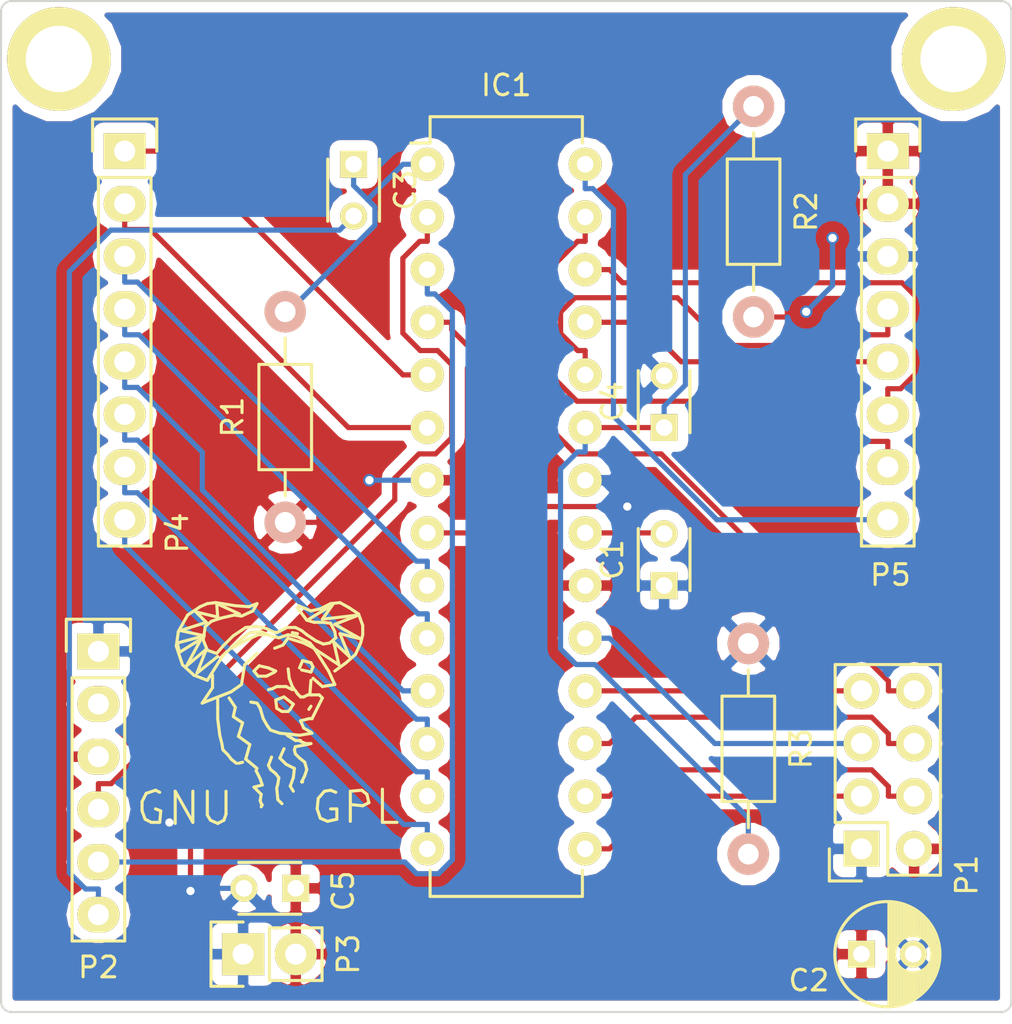
<source format=kicad_pcb>
(kicad_pcb (version 4) (host pcbnew 4.0.1-3.201512221401+6198~38~ubuntu15.10.1-stable)

  (general
    (links 48)
    (no_connects 0)
    (area 185.115999 80.975999 233.984001 129.844001)
    (thickness 1.6)
    (drawings 26)
    (tracks 180)
    (zones 0)
    (modules 17)
    (nets 29)
  )

  (page A4)
  (layers
    (0 F.Cu signal)
    (31 B.Cu signal)
    (32 B.Adhes user)
    (33 F.Adhes user)
    (34 B.Paste user)
    (35 F.Paste user)
    (36 B.SilkS user)
    (37 F.SilkS user)
    (38 B.Mask user)
    (39 F.Mask user)
    (40 Dwgs.User user)
    (41 Cmts.User user)
    (42 Eco1.User user)
    (43 Eco2.User user)
    (44 Edge.Cuts user)
    (45 Margin user)
    (46 B.CrtYd user)
    (47 F.CrtYd user)
    (48 B.Fab user)
    (49 F.Fab user)
  )

  (setup
    (last_trace_width 0.25)
    (trace_clearance 0.25)
    (zone_clearance 0.508)
    (zone_45_only no)
    (trace_min 0.2)
    (segment_width 0.2)
    (edge_width 0.1)
    (via_size 0.6)
    (via_drill 0.4)
    (via_min_size 0.4)
    (via_min_drill 0.3)
    (uvia_size 0.3)
    (uvia_drill 0.2)
    (uvias_allowed no)
    (uvia_min_size 0.2)
    (uvia_min_drill 0.1)
    (pcb_text_width 0.3)
    (pcb_text_size 1.5 1.5)
    (mod_edge_width 0.15)
    (mod_text_size 1 1)
    (mod_text_width 0.15)
    (pad_size 5 5)
    (pad_drill 3.2)
    (pad_to_mask_clearance 0)
    (aux_axis_origin 0 0)
    (visible_elements FFFFFF7F)
    (pcbplotparams
      (layerselection 0x010f0_80000001)
      (usegerberextensions false)
      (excludeedgelayer true)
      (linewidth 0.100000)
      (plotframeref false)
      (viasonmask false)
      (mode 1)
      (useauxorigin false)
      (hpglpennumber 1)
      (hpglpenspeed 20)
      (hpglpendiameter 15)
      (hpglpenoverlay 2)
      (psnegative false)
      (psa4output false)
      (plotreference true)
      (plotvalue true)
      (plotinvisibletext false)
      (padsonsilk false)
      (subtractmaskfromsilk false)
      (outputformat 1)
      (mirror false)
      (drillshape 0)
      (scaleselection 1)
      (outputdirectory gerb/))
  )

  (net 0 "")
  (net 1 GND)
  (net 2 "Net-(C1-Pad2)")
  (net 3 +3V3)
  (net 4 "Net-(C3-Pad1)")
  (net 5 DTR)
  (net 6 "Net-(C4-Pad1)")
  (net 7 RX)
  (net 8 TX)
  (net 9 PD3)
  (net 10 PB6)
  (net 11 PB7)
  (net 12 PD5)
  (net 13 PD6)
  (net 14 PD7)
  (net 15 PB0)
  (net 16 "Net-(IC1-Pad15)")
  (net 17 "Net-(IC1-Pad16)")
  (net 18 "Net-(IC1-Pad17)")
  (net 19 "Net-(IC1-Pad18)")
  (net 20 "Net-(IC1-Pad19)")
  (net 21 PC1)
  (net 22 PC2)
  (net 23 PC3)
  (net 24 PC4)
  (net 25 PC5)
  (net 26 "Net-(P2-Pad2)")
  (net 27 "Net-(IC1-Pad4)")
  (net 28 PD4)

  (net_class Default "This is the default net class."
    (clearance 0.25)
    (trace_width 0.25)
    (via_dia 0.6)
    (via_drill 0.4)
    (uvia_dia 0.3)
    (uvia_drill 0.2)
    (add_net +3V3)
    (add_net DTR)
    (add_net GND)
    (add_net "Net-(C1-Pad2)")
    (add_net "Net-(C3-Pad1)")
    (add_net "Net-(C4-Pad1)")
    (add_net "Net-(IC1-Pad15)")
    (add_net "Net-(IC1-Pad16)")
    (add_net "Net-(IC1-Pad17)")
    (add_net "Net-(IC1-Pad18)")
    (add_net "Net-(IC1-Pad19)")
    (add_net "Net-(IC1-Pad4)")
    (add_net "Net-(P2-Pad2)")
    (add_net PB0)
    (add_net PB6)
    (add_net PB7)
    (add_net PC1)
    (add_net PC2)
    (add_net PC3)
    (add_net PC4)
    (add_net PC5)
    (add_net PD3)
    (add_net PD4)
    (add_net PD5)
    (add_net PD6)
    (add_net PD7)
    (add_net RX)
    (add_net TX)
  )

  (module Capacitors_ThroughHole:C_Disc_D3_P2.5 (layer F.Cu) (tedit 0) (tstamp 568ADADE)
    (at 217.17 109.22 90)
    (descr "Capacitor 3mm Disc, Pitch 2.5mm")
    (tags Capacitor)
    (path /56885B1E)
    (fp_text reference C1 (at 1.25 -2.5 90) (layer F.SilkS)
      (effects (font (size 1 1) (thickness 0.15)))
    )
    (fp_text value "0.1 uF" (at 1.25 2.5 90) (layer F.Fab)
      (effects (font (size 1 1) (thickness 0.15)))
    )
    (fp_line (start -0.9 -1.5) (end 3.4 -1.5) (layer F.CrtYd) (width 0.05))
    (fp_line (start 3.4 -1.5) (end 3.4 1.5) (layer F.CrtYd) (width 0.05))
    (fp_line (start 3.4 1.5) (end -0.9 1.5) (layer F.CrtYd) (width 0.05))
    (fp_line (start -0.9 1.5) (end -0.9 -1.5) (layer F.CrtYd) (width 0.05))
    (fp_line (start -0.25 -1.25) (end 2.75 -1.25) (layer F.SilkS) (width 0.15))
    (fp_line (start 2.75 1.25) (end -0.25 1.25) (layer F.SilkS) (width 0.15))
    (pad 1 thru_hole rect (at 0 0 90) (size 1.3 1.3) (drill 0.8) (layers *.Cu *.Mask F.SilkS)
      (net 1 GND))
    (pad 2 thru_hole circle (at 2.5 0 90) (size 1.3 1.3) (drill 0.8001) (layers *.Cu *.Mask F.SilkS)
      (net 2 "Net-(C1-Pad2)"))
    (model Capacitors_ThroughHole.3dshapes/C_Disc_D3_P2.5.wrl
      (at (xyz 0.0492126 0 0))
      (scale (xyz 1 1 1))
      (rotate (xyz 0 0 0))
    )
  )

  (module Capacitors_ThroughHole:C_Disc_D3_P2.5 (layer F.Cu) (tedit 0) (tstamp 568ADB12)
    (at 202.184 88.9 270)
    (descr "Capacitor 3mm Disc, Pitch 2.5mm")
    (tags Capacitor)
    (path /5689D4A1)
    (fp_text reference C3 (at 1.25 -2.5 270) (layer F.SilkS)
      (effects (font (size 1 1) (thickness 0.15)))
    )
    (fp_text value C (at 1.25 2.5 270) (layer F.Fab)
      (effects (font (size 1 1) (thickness 0.15)))
    )
    (fp_line (start -0.9 -1.5) (end 3.4 -1.5) (layer F.CrtYd) (width 0.05))
    (fp_line (start 3.4 -1.5) (end 3.4 1.5) (layer F.CrtYd) (width 0.05))
    (fp_line (start 3.4 1.5) (end -0.9 1.5) (layer F.CrtYd) (width 0.05))
    (fp_line (start -0.9 1.5) (end -0.9 -1.5) (layer F.CrtYd) (width 0.05))
    (fp_line (start -0.25 -1.25) (end 2.75 -1.25) (layer F.SilkS) (width 0.15))
    (fp_line (start 2.75 1.25) (end -0.25 1.25) (layer F.SilkS) (width 0.15))
    (pad 1 thru_hole rect (at 0 0 270) (size 1.3 1.3) (drill 0.8) (layers *.Cu *.Mask F.SilkS)
      (net 4 "Net-(C3-Pad1)"))
    (pad 2 thru_hole circle (at 2.5 0 270) (size 1.3 1.3) (drill 0.8001) (layers *.Cu *.Mask F.SilkS)
      (net 5 DTR))
    (model Capacitors_ThroughHole.3dshapes/C_Disc_D3_P2.5.wrl
      (at (xyz 0.0492126 0 0))
      (scale (xyz 1 1 1))
      (rotate (xyz 0 0 0))
    )
  )

  (module Capacitors_ThroughHole:C_Disc_D3_P2.5 (layer F.Cu) (tedit 0) (tstamp 568ADB1E)
    (at 217.17 101.6 90)
    (descr "Capacitor 3mm Disc, Pitch 2.5mm")
    (tags Capacitor)
    (path /568895C5)
    (fp_text reference C4 (at 1.25 -2.5 90) (layer F.SilkS)
      (effects (font (size 1 1) (thickness 0.15)))
    )
    (fp_text value "0.1 uF" (at 1.25 2.5 90) (layer F.Fab)
      (effects (font (size 1 1) (thickness 0.15)))
    )
    (fp_line (start -0.9 -1.5) (end 3.4 -1.5) (layer F.CrtYd) (width 0.05))
    (fp_line (start 3.4 -1.5) (end 3.4 1.5) (layer F.CrtYd) (width 0.05))
    (fp_line (start 3.4 1.5) (end -0.9 1.5) (layer F.CrtYd) (width 0.05))
    (fp_line (start -0.9 1.5) (end -0.9 -1.5) (layer F.CrtYd) (width 0.05))
    (fp_line (start -0.25 -1.25) (end 2.75 -1.25) (layer F.SilkS) (width 0.15))
    (fp_line (start 2.75 1.25) (end -0.25 1.25) (layer F.SilkS) (width 0.15))
    (pad 1 thru_hole rect (at 0 0 90) (size 1.3 1.3) (drill 0.8) (layers *.Cu *.Mask F.SilkS)
      (net 6 "Net-(C4-Pad1)"))
    (pad 2 thru_hole circle (at 2.5 0 90) (size 1.3 1.3) (drill 0.8001) (layers *.Cu *.Mask F.SilkS)
      (net 1 GND))
    (model Capacitors_ThroughHole.3dshapes/C_Disc_D3_P2.5.wrl
      (at (xyz 0.0492126 0 0))
      (scale (xyz 1 1 1))
      (rotate (xyz 0 0 0))
    )
  )

  (module Resistors_ThroughHole:Resistor_Horizontal_RM10mm (layer F.Cu) (tedit 568AE015) (tstamp 568ADBC5)
    (at 198.882 101.092 90)
    (descr "Resistor, Axial,  RM 10mm, 1/3W,")
    (tags "Resistor, Axial, RM 10mm, 1/3W,")
    (path /56885BCA)
    (fp_text reference R1 (at 0 -2.54 90) (layer F.SilkS)
      (effects (font (size 1 1) (thickness 0.15)))
    )
    (fp_text value 10K (at 0 0 90) (layer F.Fab)
      (effects (font (size 1 1) (thickness 0.15)))
    )
    (fp_line (start -2.54 -1.27) (end 2.54 -1.27) (layer F.SilkS) (width 0.15))
    (fp_line (start 2.54 -1.27) (end 2.54 1.27) (layer F.SilkS) (width 0.15))
    (fp_line (start 2.54 1.27) (end -2.54 1.27) (layer F.SilkS) (width 0.15))
    (fp_line (start -2.54 1.27) (end -2.54 -1.27) (layer F.SilkS) (width 0.15))
    (fp_line (start -2.54 0) (end -3.81 0) (layer F.SilkS) (width 0.15))
    (fp_line (start 2.54 0) (end 3.81 0) (layer F.SilkS) (width 0.15))
    (pad 1 thru_hole circle (at -5.08 0 90) (size 1.99898 1.99898) (drill 1.00076) (layers *.Cu *.SilkS *.Mask)
      (net 3 +3V3))
    (pad 2 thru_hole circle (at 5.08 0 90) (size 1.99898 1.99898) (drill 1.00076) (layers *.Cu *.SilkS *.Mask)
      (net 4 "Net-(C3-Pad1)"))
    (model Resistors_ThroughHole.3dshapes/Resistor_Horizontal_RM10mm.wrl
      (at (xyz 0 0 0))
      (scale (xyz 0.4 0.4 0.4))
      (rotate (xyz 0 0 0))
    )
  )

  (module Resistors_ThroughHole:Resistor_Horizontal_RM10mm (layer F.Cu) (tedit 568AE596) (tstamp 568ADBD1)
    (at 221.488 91.186 90)
    (descr "Resistor, Axial,  RM 10mm, 1/3W,")
    (tags "Resistor, Axial, RM 10mm, 1/3W,")
    (path /5688941A)
    (fp_text reference R2 (at 0 2.54 90) (layer F.SilkS)
      (effects (font (size 1 1) (thickness 0.15)))
    )
    (fp_text value 1M (at 0 0 90) (layer F.Fab)
      (effects (font (size 1 1) (thickness 0.15)))
    )
    (fp_line (start -2.54 -1.27) (end 2.54 -1.27) (layer F.SilkS) (width 0.15))
    (fp_line (start 2.54 -1.27) (end 2.54 1.27) (layer F.SilkS) (width 0.15))
    (fp_line (start 2.54 1.27) (end -2.54 1.27) (layer F.SilkS) (width 0.15))
    (fp_line (start -2.54 1.27) (end -2.54 -1.27) (layer F.SilkS) (width 0.15))
    (fp_line (start -2.54 0) (end -3.81 0) (layer F.SilkS) (width 0.15))
    (fp_line (start 2.54 0) (end 3.81 0) (layer F.SilkS) (width 0.15))
    (pad 1 thru_hole circle (at -5.08 0 90) (size 1.99898 1.99898) (drill 1.00076) (layers *.Cu *.SilkS *.Mask)
      (net 3 +3V3))
    (pad 2 thru_hole circle (at 5.08 0 90) (size 1.99898 1.99898) (drill 1.00076) (layers *.Cu *.SilkS *.Mask)
      (net 6 "Net-(C4-Pad1)"))
    (model Resistors_ThroughHole.3dshapes/Resistor_Horizontal_RM10mm.wrl
      (at (xyz 0 0 0))
      (scale (xyz 0.4 0.4 0.4))
      (rotate (xyz 0 0 0))
    )
  )

  (module Resistors_ThroughHole:Resistor_Horizontal_RM10mm (layer F.Cu) (tedit 568AE58F) (tstamp 568ADBDD)
    (at 221.234 117.094 90)
    (descr "Resistor, Axial,  RM 10mm, 1/3W,")
    (tags "Resistor, Axial, RM 10mm, 1/3W,")
    (path /56889479)
    (fp_text reference R3 (at 0 2.54 90) (layer F.SilkS)
      (effects (font (size 1 1) (thickness 0.15)))
    )
    (fp_text value 470 (at 0 0 90) (layer F.Fab)
      (effects (font (size 1 1) (thickness 0.15)))
    )
    (fp_line (start -2.54 -1.27) (end 2.54 -1.27) (layer F.SilkS) (width 0.15))
    (fp_line (start 2.54 -1.27) (end 2.54 1.27) (layer F.SilkS) (width 0.15))
    (fp_line (start 2.54 1.27) (end -2.54 1.27) (layer F.SilkS) (width 0.15))
    (fp_line (start -2.54 1.27) (end -2.54 -1.27) (layer F.SilkS) (width 0.15))
    (fp_line (start -2.54 0) (end -3.81 0) (layer F.SilkS) (width 0.15))
    (fp_line (start 2.54 0) (end 3.81 0) (layer F.SilkS) (width 0.15))
    (pad 1 thru_hole circle (at -5.08 0 90) (size 1.99898 1.99898) (drill 1.00076) (layers *.Cu *.SilkS *.Mask)
      (net 6 "Net-(C4-Pad1)"))
    (pad 2 thru_hole circle (at 5.08 0 90) (size 1.99898 1.99898) (drill 1.00076) (layers *.Cu *.SilkS *.Mask)
      (net 1 GND))
    (model Resistors_ThroughHole.3dshapes/Resistor_Horizontal_RM10mm.wrl
      (at (xyz 0 0 0))
      (scale (xyz 0.4 0.4 0.4))
      (rotate (xyz 0 0 0))
    )
  )

  (module Capacitors_ThroughHole:C_Radial_D5_L11_P2.5 (layer F.Cu) (tedit 568AE588) (tstamp 568ADB06)
    (at 226.695 127)
    (descr "Radial Electrolytic Capacitor Diameter 5mm x Length 11mm, Pitch 2.5mm")
    (tags "Electrolytic Capacitor")
    (path /56885CA6)
    (fp_text reference C2 (at -2.54 1.27) (layer F.SilkS)
      (effects (font (size 1 1) (thickness 0.15)))
    )
    (fp_text value "4.7 uF" (at 5.08 0 90) (layer F.Fab)
      (effects (font (size 1 1) (thickness 0.15)))
    )
    (fp_line (start 1.325 -2.499) (end 1.325 2.499) (layer F.SilkS) (width 0.15))
    (fp_line (start 1.465 -2.491) (end 1.465 2.491) (layer F.SilkS) (width 0.15))
    (fp_line (start 1.605 -2.475) (end 1.605 -0.095) (layer F.SilkS) (width 0.15))
    (fp_line (start 1.605 0.095) (end 1.605 2.475) (layer F.SilkS) (width 0.15))
    (fp_line (start 1.745 -2.451) (end 1.745 -0.49) (layer F.SilkS) (width 0.15))
    (fp_line (start 1.745 0.49) (end 1.745 2.451) (layer F.SilkS) (width 0.15))
    (fp_line (start 1.885 -2.418) (end 1.885 -0.657) (layer F.SilkS) (width 0.15))
    (fp_line (start 1.885 0.657) (end 1.885 2.418) (layer F.SilkS) (width 0.15))
    (fp_line (start 2.025 -2.377) (end 2.025 -0.764) (layer F.SilkS) (width 0.15))
    (fp_line (start 2.025 0.764) (end 2.025 2.377) (layer F.SilkS) (width 0.15))
    (fp_line (start 2.165 -2.327) (end 2.165 -0.835) (layer F.SilkS) (width 0.15))
    (fp_line (start 2.165 0.835) (end 2.165 2.327) (layer F.SilkS) (width 0.15))
    (fp_line (start 2.305 -2.266) (end 2.305 -0.879) (layer F.SilkS) (width 0.15))
    (fp_line (start 2.305 0.879) (end 2.305 2.266) (layer F.SilkS) (width 0.15))
    (fp_line (start 2.445 -2.196) (end 2.445 -0.898) (layer F.SilkS) (width 0.15))
    (fp_line (start 2.445 0.898) (end 2.445 2.196) (layer F.SilkS) (width 0.15))
    (fp_line (start 2.585 -2.114) (end 2.585 -0.896) (layer F.SilkS) (width 0.15))
    (fp_line (start 2.585 0.896) (end 2.585 2.114) (layer F.SilkS) (width 0.15))
    (fp_line (start 2.725 -2.019) (end 2.725 -0.871) (layer F.SilkS) (width 0.15))
    (fp_line (start 2.725 0.871) (end 2.725 2.019) (layer F.SilkS) (width 0.15))
    (fp_line (start 2.865 -1.908) (end 2.865 -0.823) (layer F.SilkS) (width 0.15))
    (fp_line (start 2.865 0.823) (end 2.865 1.908) (layer F.SilkS) (width 0.15))
    (fp_line (start 3.005 -1.78) (end 3.005 -0.745) (layer F.SilkS) (width 0.15))
    (fp_line (start 3.005 0.745) (end 3.005 1.78) (layer F.SilkS) (width 0.15))
    (fp_line (start 3.145 -1.631) (end 3.145 -0.628) (layer F.SilkS) (width 0.15))
    (fp_line (start 3.145 0.628) (end 3.145 1.631) (layer F.SilkS) (width 0.15))
    (fp_line (start 3.285 -1.452) (end 3.285 -0.44) (layer F.SilkS) (width 0.15))
    (fp_line (start 3.285 0.44) (end 3.285 1.452) (layer F.SilkS) (width 0.15))
    (fp_line (start 3.425 -1.233) (end 3.425 1.233) (layer F.SilkS) (width 0.15))
    (fp_line (start 3.565 -0.944) (end 3.565 0.944) (layer F.SilkS) (width 0.15))
    (fp_line (start 3.705 -0.472) (end 3.705 0.472) (layer F.SilkS) (width 0.15))
    (fp_circle (center 2.5 0) (end 2.5 -0.9) (layer F.SilkS) (width 0.15))
    (fp_circle (center 1.25 0) (end 1.25 -2.5375) (layer F.SilkS) (width 0.15))
    (fp_circle (center 1.25 0) (end 1.25 -2.8) (layer F.CrtYd) (width 0.05))
    (pad 1 thru_hole rect (at 0 0) (size 1.3 1.3) (drill 0.8) (layers *.Cu *.Mask F.SilkS)
      (net 3 +3V3))
    (pad 2 thru_hole circle (at 2.5 0) (size 1.3 1.3) (drill 0.8) (layers *.Cu *.Mask F.SilkS)
      (net 1 GND))
    (model Capacitors_ThroughHole.3dshapes/C_Radial_D5_L11_P2.5.wrl
      (at (xyz 0.049213 0 0))
      (scale (xyz 1 1 1))
      (rotate (xyz 0 0 90))
    )
  )

  (module Housings_DIP:DIP-28_W7.62mm (layer F.Cu) (tedit 568AE01E) (tstamp 568ADB49)
    (at 205.74 88.9)
    (descr "28-lead dip package, row spacing 7.62 mm (300 mils)")
    (tags "dil dip 2.54 300")
    (path /56885A46)
    (fp_text reference IC1 (at 3.81 -3.81) (layer F.SilkS)
      (effects (font (size 1 1) (thickness 0.15)))
    )
    (fp_text value ATMEGA328P-P (at 3.81 15.875 90) (layer F.Fab)
      (effects (font (size 1 1) (thickness 0.15)))
    )
    (fp_line (start -1.05 -2.45) (end -1.05 35.5) (layer F.CrtYd) (width 0.05))
    (fp_line (start 8.65 -2.45) (end 8.65 35.5) (layer F.CrtYd) (width 0.05))
    (fp_line (start -1.05 -2.45) (end 8.65 -2.45) (layer F.CrtYd) (width 0.05))
    (fp_line (start -1.05 35.5) (end 8.65 35.5) (layer F.CrtYd) (width 0.05))
    (fp_line (start 0.135 -2.295) (end 0.135 -1.025) (layer F.SilkS) (width 0.15))
    (fp_line (start 7.485 -2.295) (end 7.485 -1.025) (layer F.SilkS) (width 0.15))
    (fp_line (start 7.485 35.315) (end 7.485 34.045) (layer F.SilkS) (width 0.15))
    (fp_line (start 0.135 35.315) (end 0.135 34.045) (layer F.SilkS) (width 0.15))
    (fp_line (start 0.135 -2.295) (end 7.485 -2.295) (layer F.SilkS) (width 0.15))
    (fp_line (start 0.135 35.315) (end 7.485 35.315) (layer F.SilkS) (width 0.15))
    (fp_line (start 0.135 -1.025) (end -0.8 -1.025) (layer F.SilkS) (width 0.15))
    (pad 1 thru_hole oval (at 0 0) (size 1.6 1.6) (drill 0.8) (layers *.Cu *.Mask F.SilkS)
      (net 4 "Net-(C3-Pad1)"))
    (pad 2 thru_hole oval (at 0 2.54) (size 1.6 1.6) (drill 0.8) (layers *.Cu *.Mask F.SilkS)
      (net 7 RX))
    (pad 3 thru_hole oval (at 0 5.08) (size 1.6 1.6) (drill 0.8) (layers *.Cu *.Mask F.SilkS)
      (net 8 TX))
    (pad 4 thru_hole oval (at 0 7.62) (size 1.6 1.6) (drill 0.8) (layers *.Cu *.Mask F.SilkS)
      (net 27 "Net-(IC1-Pad4)"))
    (pad 5 thru_hole oval (at 0 10.16) (size 1.6 1.6) (drill 0.8) (layers *.Cu *.Mask F.SilkS)
      (net 9 PD3))
    (pad 6 thru_hole oval (at 0 12.7) (size 1.6 1.6) (drill 0.8) (layers *.Cu *.Mask F.SilkS)
      (net 28 PD4))
    (pad 7 thru_hole oval (at 0 15.24) (size 1.6 1.6) (drill 0.8) (layers *.Cu *.Mask F.SilkS)
      (net 3 +3V3))
    (pad 8 thru_hole oval (at 0 17.78) (size 1.6 1.6) (drill 0.8) (layers *.Cu *.Mask F.SilkS)
      (net 1 GND))
    (pad 9 thru_hole oval (at 0 20.32) (size 1.6 1.6) (drill 0.8) (layers *.Cu *.Mask F.SilkS)
      (net 10 PB6))
    (pad 10 thru_hole oval (at 0 22.86) (size 1.6 1.6) (drill 0.8) (layers *.Cu *.Mask F.SilkS)
      (net 11 PB7))
    (pad 11 thru_hole oval (at 0 25.4) (size 1.6 1.6) (drill 0.8) (layers *.Cu *.Mask F.SilkS)
      (net 12 PD5))
    (pad 12 thru_hole oval (at 0 27.94) (size 1.6 1.6) (drill 0.8) (layers *.Cu *.Mask F.SilkS)
      (net 13 PD6))
    (pad 13 thru_hole oval (at 0 30.48) (size 1.6 1.6) (drill 0.8) (layers *.Cu *.Mask F.SilkS)
      (net 14 PD7))
    (pad 14 thru_hole oval (at 0 33.02) (size 1.6 1.6) (drill 0.8) (layers *.Cu *.Mask F.SilkS)
      (net 15 PB0))
    (pad 15 thru_hole oval (at 7.62 33.02) (size 1.6 1.6) (drill 0.8) (layers *.Cu *.Mask F.SilkS)
      (net 16 "Net-(IC1-Pad15)"))
    (pad 16 thru_hole oval (at 7.62 30.48) (size 1.6 1.6) (drill 0.8) (layers *.Cu *.Mask F.SilkS)
      (net 17 "Net-(IC1-Pad16)"))
    (pad 17 thru_hole oval (at 7.62 27.94) (size 1.6 1.6) (drill 0.8) (layers *.Cu *.Mask F.SilkS)
      (net 18 "Net-(IC1-Pad17)"))
    (pad 18 thru_hole oval (at 7.62 25.4) (size 1.6 1.6) (drill 0.8) (layers *.Cu *.Mask F.SilkS)
      (net 19 "Net-(IC1-Pad18)"))
    (pad 19 thru_hole oval (at 7.62 22.86) (size 1.6 1.6) (drill 0.8) (layers *.Cu *.Mask F.SilkS)
      (net 20 "Net-(IC1-Pad19)"))
    (pad 20 thru_hole oval (at 7.62 20.32) (size 1.6 1.6) (drill 0.8) (layers *.Cu *.Mask F.SilkS)
      (net 3 +3V3))
    (pad 21 thru_hole oval (at 7.62 17.78) (size 1.6 1.6) (drill 0.8) (layers *.Cu *.Mask F.SilkS)
      (net 2 "Net-(C1-Pad2)"))
    (pad 22 thru_hole oval (at 7.62 15.24) (size 1.6 1.6) (drill 0.8) (layers *.Cu *.Mask F.SilkS)
      (net 1 GND))
    (pad 23 thru_hole oval (at 7.62 12.7) (size 1.6 1.6) (drill 0.8) (layers *.Cu *.Mask F.SilkS)
      (net 6 "Net-(C4-Pad1)"))
    (pad 24 thru_hole oval (at 7.62 10.16) (size 1.6 1.6) (drill 0.8) (layers *.Cu *.Mask F.SilkS)
      (net 21 PC1))
    (pad 25 thru_hole oval (at 7.62 7.62) (size 1.6 1.6) (drill 0.8) (layers *.Cu *.Mask F.SilkS)
      (net 22 PC2))
    (pad 26 thru_hole oval (at 7.62 5.08) (size 1.6 1.6) (drill 0.8) (layers *.Cu *.Mask F.SilkS)
      (net 23 PC3))
    (pad 27 thru_hole oval (at 7.62 2.54) (size 1.6 1.6) (drill 0.8) (layers *.Cu *.Mask F.SilkS)
      (net 24 PC4))
    (pad 28 thru_hole oval (at 7.62 0) (size 1.6 1.6) (drill 0.8) (layers *.Cu *.Mask F.SilkS)
      (net 25 PC5))
    (model Housings_DIP.3dshapes/DIP-28_W7.62mm.wrl
      (at (xyz 0 0 0))
      (scale (xyz 1 1 1))
      (rotate (xyz 0 0 0))
    )
  )

  (module Pin_Headers:Pin_Header_Straight_1x06 (layer F.Cu) (tedit 568ADFDA) (tstamp 568ADB7A)
    (at 189.865 112.395)
    (descr "Through hole pin header")
    (tags "pin header")
    (path /56888904)
    (fp_text reference P2 (at 0 15.24) (layer F.SilkS)
      (effects (font (size 1 1) (thickness 0.15)))
    )
    (fp_text value CONN_01X06 (at -3.175 5.715 90) (layer F.Fab)
      (effects (font (size 1 1) (thickness 0.15)))
    )
    (fp_line (start -1.75 -1.75) (end -1.75 14.45) (layer F.CrtYd) (width 0.05))
    (fp_line (start 1.75 -1.75) (end 1.75 14.45) (layer F.CrtYd) (width 0.05))
    (fp_line (start -1.75 -1.75) (end 1.75 -1.75) (layer F.CrtYd) (width 0.05))
    (fp_line (start -1.75 14.45) (end 1.75 14.45) (layer F.CrtYd) (width 0.05))
    (fp_line (start 1.27 1.27) (end 1.27 13.97) (layer F.SilkS) (width 0.15))
    (fp_line (start 1.27 13.97) (end -1.27 13.97) (layer F.SilkS) (width 0.15))
    (fp_line (start -1.27 13.97) (end -1.27 1.27) (layer F.SilkS) (width 0.15))
    (fp_line (start 1.55 -1.55) (end 1.55 0) (layer F.SilkS) (width 0.15))
    (fp_line (start 1.27 1.27) (end -1.27 1.27) (layer F.SilkS) (width 0.15))
    (fp_line (start -1.55 0) (end -1.55 -1.55) (layer F.SilkS) (width 0.15))
    (fp_line (start -1.55 -1.55) (end 1.55 -1.55) (layer F.SilkS) (width 0.15))
    (pad 1 thru_hole rect (at 0 0) (size 2.032 1.7272) (drill 1.016) (layers *.Cu *.Mask F.SilkS)
      (net 1 GND))
    (pad 2 thru_hole oval (at 0 2.54) (size 2.032 1.7272) (drill 1.016) (layers *.Cu *.Mask F.SilkS)
      (net 26 "Net-(P2-Pad2)"))
    (pad 3 thru_hole oval (at 0 5.08) (size 2.032 1.7272) (drill 1.016) (layers *.Cu *.Mask F.SilkS)
      (net 3 +3V3))
    (pad 4 thru_hole oval (at 0 7.62) (size 2.032 1.7272) (drill 1.016) (layers *.Cu *.Mask F.SilkS)
      (net 7 RX))
    (pad 5 thru_hole oval (at 0 10.16) (size 2.032 1.7272) (drill 1.016) (layers *.Cu *.Mask F.SilkS)
      (net 8 TX))
    (pad 6 thru_hole oval (at 0 12.7) (size 2.032 1.7272) (drill 1.016) (layers *.Cu *.Mask F.SilkS)
      (net 5 DTR))
    (model Pin_Headers.3dshapes/Pin_Header_Straight_1x06.wrl
      (at (xyz 0 -0.25 0))
      (scale (xyz 1 1 1))
      (rotate (xyz 0 0 90))
    )
  )

  (module Pin_Headers:Pin_Header_Straight_1x08 (layer F.Cu) (tedit 568AEE2B) (tstamp 568ADBA2)
    (at 191.135 88.265)
    (descr "Through hole pin header")
    (tags "pin header")
    (path /5689EB51)
    (fp_text reference P4 (at 2.54 18.415 90) (layer F.SilkS)
      (effects (font (size 1 1) (thickness 0.15)))
    )
    (fp_text value HEADER_LEFT (at -4.699 8.763 90) (layer F.Fab)
      (effects (font (size 1 1) (thickness 0.15)))
    )
    (fp_line (start -1.75 -1.75) (end -1.75 19.55) (layer F.CrtYd) (width 0.05))
    (fp_line (start 1.75 -1.75) (end 1.75 19.55) (layer F.CrtYd) (width 0.05))
    (fp_line (start -1.75 -1.75) (end 1.75 -1.75) (layer F.CrtYd) (width 0.05))
    (fp_line (start -1.75 19.55) (end 1.75 19.55) (layer F.CrtYd) (width 0.05))
    (fp_line (start 1.27 1.27) (end 1.27 19.05) (layer F.SilkS) (width 0.15))
    (fp_line (start 1.27 19.05) (end -1.27 19.05) (layer F.SilkS) (width 0.15))
    (fp_line (start -1.27 19.05) (end -1.27 1.27) (layer F.SilkS) (width 0.15))
    (fp_line (start 1.55 -1.55) (end 1.55 0) (layer F.SilkS) (width 0.15))
    (fp_line (start 1.27 1.27) (end -1.27 1.27) (layer F.SilkS) (width 0.15))
    (fp_line (start -1.55 0) (end -1.55 -1.55) (layer F.SilkS) (width 0.15))
    (fp_line (start -1.55 -1.55) (end 1.55 -1.55) (layer F.SilkS) (width 0.15))
    (pad 1 thru_hole rect (at 0 0) (size 2.032 1.7272) (drill 1.016) (layers *.Cu *.Mask F.SilkS)
      (net 9 PD3))
    (pad 2 thru_hole oval (at 0 2.54) (size 2.032 1.7272) (drill 1.016) (layers *.Cu *.Mask F.SilkS)
      (net 28 PD4))
    (pad 3 thru_hole oval (at 0 5.08) (size 2.032 1.7272) (drill 1.016) (layers *.Cu *.Mask F.SilkS)
      (net 10 PB6))
    (pad 4 thru_hole oval (at 0 7.62) (size 2.032 1.7272) (drill 1.016) (layers *.Cu *.Mask F.SilkS)
      (net 11 PB7))
    (pad 5 thru_hole oval (at 0 10.16) (size 2.032 1.7272) (drill 1.016) (layers *.Cu *.Mask F.SilkS)
      (net 12 PD5))
    (pad 6 thru_hole oval (at 0 12.7) (size 2.032 1.7272) (drill 1.016) (layers *.Cu *.Mask F.SilkS)
      (net 13 PD6))
    (pad 7 thru_hole oval (at 0 15.24) (size 2.032 1.7272) (drill 1.016) (layers *.Cu *.Mask F.SilkS)
      (net 14 PD7))
    (pad 8 thru_hole oval (at 0 17.78) (size 2.032 1.7272) (drill 1.016) (layers *.Cu *.Mask F.SilkS)
      (net 15 PB0))
    (model Pin_Headers.3dshapes/Pin_Header_Straight_1x08.wrl
      (at (xyz 0 -0.35 0))
      (scale (xyz 1 1 1))
      (rotate (xyz 0 0 90))
    )
  )

  (module Pin_Headers:Pin_Header_Straight_1x08 (layer F.Cu) (tedit 568AECA0) (tstamp 568ADBB9)
    (at 227.965 88.265)
    (descr "Through hole pin header")
    (tags "pin header")
    (path /568AD45C)
    (fp_text reference P5 (at 0.127 20.447 180) (layer F.SilkS)
      (effects (font (size 1 1) (thickness 0.15)))
    )
    (fp_text value HEADER_RIGHT (at 4.699 9.271 90) (layer F.Fab)
      (effects (font (size 1 1) (thickness 0.15)))
    )
    (fp_line (start -1.75 -1.75) (end -1.75 19.55) (layer F.CrtYd) (width 0.05))
    (fp_line (start 1.75 -1.75) (end 1.75 19.55) (layer F.CrtYd) (width 0.05))
    (fp_line (start -1.75 -1.75) (end 1.75 -1.75) (layer F.CrtYd) (width 0.05))
    (fp_line (start -1.75 19.55) (end 1.75 19.55) (layer F.CrtYd) (width 0.05))
    (fp_line (start 1.27 1.27) (end 1.27 19.05) (layer F.SilkS) (width 0.15))
    (fp_line (start 1.27 19.05) (end -1.27 19.05) (layer F.SilkS) (width 0.15))
    (fp_line (start -1.27 19.05) (end -1.27 1.27) (layer F.SilkS) (width 0.15))
    (fp_line (start 1.55 -1.55) (end 1.55 0) (layer F.SilkS) (width 0.15))
    (fp_line (start 1.27 1.27) (end -1.27 1.27) (layer F.SilkS) (width 0.15))
    (fp_line (start -1.55 0) (end -1.55 -1.55) (layer F.SilkS) (width 0.15))
    (fp_line (start -1.55 -1.55) (end 1.55 -1.55) (layer F.SilkS) (width 0.15))
    (pad 1 thru_hole rect (at 0 0) (size 2.032 1.7272) (drill 1.016) (layers *.Cu *.Mask F.SilkS)
      (net 3 +3V3))
    (pad 2 thru_hole oval (at 0 2.54) (size 2.032 1.7272) (drill 1.016) (layers *.Cu *.Mask F.SilkS)
      (net 3 +3V3))
    (pad 3 thru_hole oval (at 0 5.08) (size 2.032 1.7272) (drill 1.016) (layers *.Cu *.Mask F.SilkS)
      (net 1 GND))
    (pad 4 thru_hole oval (at 0 7.62) (size 2.032 1.7272) (drill 1.016) (layers *.Cu *.Mask F.SilkS)
      (net 21 PC1))
    (pad 5 thru_hole oval (at 0 10.16) (size 2.032 1.7272) (drill 1.016) (layers *.Cu *.Mask F.SilkS)
      (net 22 PC2))
    (pad 6 thru_hole oval (at 0 12.7) (size 2.032 1.7272) (drill 1.016) (layers *.Cu *.Mask F.SilkS)
      (net 23 PC3))
    (pad 7 thru_hole oval (at 0 15.24) (size 2.032 1.7272) (drill 1.016) (layers *.Cu *.Mask F.SilkS)
      (net 24 PC4))
    (pad 8 thru_hole oval (at 0 17.78) (size 2.032 1.7272) (drill 1.016) (layers *.Cu *.Mask F.SilkS)
      (net 25 PC5))
    (model Pin_Headers.3dshapes/Pin_Header_Straight_1x08.wrl
      (at (xyz 0 -0.35 0))
      (scale (xyz 1 1 1))
      (rotate (xyz 0 0 90))
    )
  )

  (module Socket_Strips:Socket_Strip_Straight_2x04 (layer F.Cu) (tedit 568AE585) (tstamp 568AE15D)
    (at 226.695 121.92 90)
    (descr "Through hole socket strip")
    (tags "socket strip")
    (path /56885C4D)
    (fp_text reference P1 (at -1.27 5.08 90) (layer F.SilkS)
      (effects (font (size 1 1) (thickness 0.15)))
    )
    (fp_text value NRF24L01 (at 5.08 5.08 90) (layer F.Fab)
      (effects (font (size 1 1) (thickness 0.15)))
    )
    (fp_line (start -1.75 -1.75) (end -1.75 4.3) (layer F.CrtYd) (width 0.05))
    (fp_line (start 9.4 -1.75) (end 9.4 4.3) (layer F.CrtYd) (width 0.05))
    (fp_line (start -1.75 -1.75) (end 9.4 -1.75) (layer F.CrtYd) (width 0.05))
    (fp_line (start -1.75 4.3) (end 9.4 4.3) (layer F.CrtYd) (width 0.05))
    (fp_line (start 1.27 -1.27) (end 8.89 -1.27) (layer F.SilkS) (width 0.15))
    (fp_line (start 8.89 -1.27) (end 8.89 3.81) (layer F.SilkS) (width 0.15))
    (fp_line (start 8.89 3.81) (end -1.27 3.81) (layer F.SilkS) (width 0.15))
    (fp_line (start -1.27 3.81) (end -1.27 1.27) (layer F.SilkS) (width 0.15))
    (fp_line (start 0 -1.55) (end -1.55 -1.55) (layer F.SilkS) (width 0.15))
    (fp_line (start -1.27 1.27) (end 1.27 1.27) (layer F.SilkS) (width 0.15))
    (fp_line (start 1.27 1.27) (end 1.27 -1.27) (layer F.SilkS) (width 0.15))
    (fp_line (start -1.55 -1.55) (end -1.55 0) (layer F.SilkS) (width 0.15))
    (pad 1 thru_hole rect (at 0 0 90) (size 1.7272 1.7272) (drill 1.016) (layers *.Cu *.Mask F.SilkS)
      (net 1 GND))
    (pad 2 thru_hole oval (at 0 2.54 90) (size 1.7272 1.7272) (drill 1.016) (layers *.Cu *.Mask F.SilkS)
      (net 3 +3V3))
    (pad 3 thru_hole oval (at 2.54 0 90) (size 1.7272 1.7272) (drill 1.016) (layers *.Cu *.Mask F.SilkS)
      (net 16 "Net-(IC1-Pad15)"))
    (pad 4 thru_hole oval (at 2.54 2.54 90) (size 1.7272 1.7272) (drill 1.016) (layers *.Cu *.Mask F.SilkS)
      (net 17 "Net-(IC1-Pad16)"))
    (pad 5 thru_hole oval (at 5.08 0 90) (size 1.7272 1.7272) (drill 1.016) (layers *.Cu *.Mask F.SilkS)
      (net 20 "Net-(IC1-Pad19)"))
    (pad 6 thru_hole oval (at 5.08 2.54 90) (size 1.7272 1.7272) (drill 1.016) (layers *.Cu *.Mask F.SilkS)
      (net 18 "Net-(IC1-Pad17)"))
    (pad 7 thru_hole oval (at 7.62 0 90) (size 1.7272 1.7272) (drill 1.016) (layers *.Cu *.Mask F.SilkS)
      (net 19 "Net-(IC1-Pad18)"))
    (pad 8 thru_hole oval (at 7.62 2.54 90) (size 1.7272 1.7272) (drill 1.016) (layers *.Cu *.Mask F.SilkS)
      (net 27 "Net-(IC1-Pad4)"))
    (model Socket_Strips.3dshapes/Socket_Strip_Straight_2x04.wrl
      (at (xyz 0.15 -0.05 0))
      (scale (xyz 1 1 1))
      (rotate (xyz 0 0 180))
    )
  )

  (module Pin_Headers:Pin_Header_Straight_1x02 (layer F.Cu) (tedit 568AE56F) (tstamp 568AE5AD)
    (at 196.85 127 90)
    (descr "Through hole pin header")
    (tags "pin header")
    (path /5688A2A6)
    (fp_text reference P3 (at 0 5.08 90) (layer F.SilkS)
      (effects (font (size 1 1) (thickness 0.15)))
    )
    (fp_text value CONN_01X02 (at -2.54 1.27 180) (layer F.Fab)
      (effects (font (size 1 1) (thickness 0.15)))
    )
    (fp_line (start 1.27 1.27) (end 1.27 3.81) (layer F.SilkS) (width 0.15))
    (fp_line (start 1.55 -1.55) (end 1.55 0) (layer F.SilkS) (width 0.15))
    (fp_line (start -1.75 -1.75) (end -1.75 4.3) (layer F.CrtYd) (width 0.05))
    (fp_line (start 1.75 -1.75) (end 1.75 4.3) (layer F.CrtYd) (width 0.05))
    (fp_line (start -1.75 -1.75) (end 1.75 -1.75) (layer F.CrtYd) (width 0.05))
    (fp_line (start -1.75 4.3) (end 1.75 4.3) (layer F.CrtYd) (width 0.05))
    (fp_line (start 1.27 1.27) (end -1.27 1.27) (layer F.SilkS) (width 0.15))
    (fp_line (start -1.55 0) (end -1.55 -1.55) (layer F.SilkS) (width 0.15))
    (fp_line (start -1.55 -1.55) (end 1.55 -1.55) (layer F.SilkS) (width 0.15))
    (fp_line (start -1.27 1.27) (end -1.27 3.81) (layer F.SilkS) (width 0.15))
    (fp_line (start -1.27 3.81) (end 1.27 3.81) (layer F.SilkS) (width 0.15))
    (pad 1 thru_hole rect (at 0 0 90) (size 2.032 2.032) (drill 1.016) (layers *.Cu *.Mask F.SilkS)
      (net 1 GND))
    (pad 2 thru_hole oval (at 0 2.54 90) (size 2.032 2.032) (drill 1.016) (layers *.Cu *.Mask F.SilkS)
      (net 3 +3V3))
    (model Pin_Headers.3dshapes/Pin_Header_Straight_1x02.wrl
      (at (xyz 0 -0.05 0))
      (scale (xyz 1 1 1))
      (rotate (xyz 0 0 90))
    )
  )

  (module Connect:1pin (layer F.Cu) (tedit 568AE621) (tstamp 568AE63E)
    (at 187.96 83.82)
    (descr "module 1 pin (ou trou mecanique de percage)")
    (tags DEV)
    (fp_text reference REF1 (at 0 -3.048) (layer F.SilkS) hide
      (effects (font (size 1 1) (thickness 0.15)))
    )
    (fp_text value 1pin (at 0 2.794) (layer F.Fab)
      (effects (font (size 1 1) (thickness 0.15)))
    )
    (fp_circle (center 0 0) (end 0 -2.286) (layer F.SilkS) (width 0.15))
    (pad 1 thru_hole circle (at 0 0) (size 5 5) (drill 3.2) (layers *.Cu *.Mask F.SilkS))
  )

  (module Connect:1pin (layer F.Cu) (tedit 568AE617) (tstamp 568AE659)
    (at 231.14 83.82)
    (descr "module 1 pin (ou trou mecanique de percage)")
    (tags DEV)
    (fp_text reference REF2 (at 0 -3.048) (layer F.SilkS) hide
      (effects (font (size 1 1) (thickness 0.15)))
    )
    (fp_text value 1pin (at 0 2.794) (layer F.Fab)
      (effects (font (size 1 1) (thickness 0.15)))
    )
    (fp_circle (center 0 0) (end 0 -2.286) (layer F.SilkS) (width 0.15))
    (pad 1 thru_hole circle (at 0 0) (size 5 5) (drill 3.2) (layers *.Cu *.Mask F.SilkS))
  )

  (module Capacitors_ThroughHole:C_Disc_D3_P2.5 (layer F.Cu) (tedit 568AEB23) (tstamp 568AEA5D)
    (at 199.39 123.825 180)
    (descr "Capacitor 3mm Disc, Pitch 2.5mm")
    (tags Capacitor)
    (path /568AEB8C)
    (fp_text reference C5 (at -2.286 -0.127 270) (layer F.SilkS)
      (effects (font (size 1 1) (thickness 0.15)))
    )
    (fp_text value "0.1 uF" (at 1.27 1.905 180) (layer F.Fab)
      (effects (font (size 1 1) (thickness 0.15)))
    )
    (fp_line (start -0.9 -1.5) (end 3.4 -1.5) (layer F.CrtYd) (width 0.05))
    (fp_line (start 3.4 -1.5) (end 3.4 1.5) (layer F.CrtYd) (width 0.05))
    (fp_line (start 3.4 1.5) (end -0.9 1.5) (layer F.CrtYd) (width 0.05))
    (fp_line (start -0.9 1.5) (end -0.9 -1.5) (layer F.CrtYd) (width 0.05))
    (fp_line (start -0.25 -1.25) (end 2.75 -1.25) (layer F.SilkS) (width 0.15))
    (fp_line (start 2.75 1.25) (end -0.25 1.25) (layer F.SilkS) (width 0.15))
    (pad 1 thru_hole rect (at 0 0 180) (size 1.3 1.3) (drill 0.8) (layers *.Cu *.Mask F.SilkS)
      (net 3 +3V3))
    (pad 2 thru_hole circle (at 2.5 0 180) (size 1.3 1.3) (drill 0.8001) (layers *.Cu *.Mask F.SilkS)
      (net 1 GND))
    (model Capacitors_ThroughHole.3dshapes/C_Disc_D3_P2.5.wrl
      (at (xyz 0.0492126 0 0))
      (scale (xyz 1 1 1))
      (rotate (xyz 0 0 0))
    )
  )

  (module Symbols:Symbol_GNU-Logo_SilkscreenTop (layer F.Cu) (tedit 568B0E27) (tstamp 568B0D67)
    (at 198.374 113.792)
    (descr "GNU-Logo, GNU-Head, GNU-Kopf, Silkscreen,")
    (tags "GNU-Logo, GNU-Head, GNU-Kopf, Silkscreen,")
    (fp_text reference REF3 (at 0 -6.05028) (layer F.SilkS) hide
      (effects (font (size 1 1) (thickness 0.15)))
    )
    (fp_text value Symbol_GNU-Logo_SilkscreenTop (at 0 9.14908) (layer F.Fab) hide
      (effects (font (size 1 1) (thickness 0.15)))
    )
    (fp_line (start 5.19938 5.25018) (end 5.19938 6.85038) (layer F.SilkS) (width 0.15))
    (fp_line (start 5.19938 6.85038) (end 5.90042 6.85038) (layer F.SilkS) (width 0.15))
    (fp_line (start 3.64998 6.79958) (end 3.64998 5.34924) (layer F.SilkS) (width 0.15))
    (fp_line (start 3.64998 5.34924) (end 4.20116 5.30098) (layer F.SilkS) (width 0.15))
    (fp_line (start 4.20116 5.30098) (end 4.45008 5.4991) (layer F.SilkS) (width 0.15))
    (fp_line (start 4.45008 5.4991) (end 4.54914 5.90042) (layer F.SilkS) (width 0.15))
    (fp_line (start 4.54914 5.90042) (end 4.24942 6.05028) (layer F.SilkS) (width 0.15))
    (fp_line (start 4.24942 6.05028) (end 3.74904 5.99948) (layer F.SilkS) (width 0.15))
    (fp_line (start 2.94894 5.40004) (end 2.70002 5.30098) (layer F.SilkS) (width 0.15))
    (fp_line (start 2.70002 5.30098) (end 2.4003 5.34924) (layer F.SilkS) (width 0.15))
    (fp_line (start 2.4003 5.34924) (end 2.10058 5.69976) (layer F.SilkS) (width 0.15))
    (fp_line (start 2.10058 5.69976) (end 2.04978 6.20014) (layer F.SilkS) (width 0.15))
    (fp_line (start 2.04978 6.20014) (end 2.19964 6.64972) (layer F.SilkS) (width 0.15))
    (fp_line (start 2.19964 6.64972) (end 2.55016 6.79958) (layer F.SilkS) (width 0.15))
    (fp_line (start 2.55016 6.79958) (end 2.99974 6.70052) (layer F.SilkS) (width 0.15))
    (fp_line (start 2.99974 6.70052) (end 2.99974 6.20014) (layer F.SilkS) (width 0.15))
    (fp_line (start 2.99974 6.20014) (end 2.70002 6.20014) (layer F.SilkS) (width 0.15))
    (fp_line (start -3.2512 5.34924) (end -3.2512 6.49986) (layer F.SilkS) (width 0.15))
    (fp_line (start -3.2512 6.49986) (end -3.0988 6.74878) (layer F.SilkS) (width 0.15))
    (fp_line (start -3.0988 6.74878) (end -2.75082 6.90118) (layer F.SilkS) (width 0.15))
    (fp_line (start -2.75082 6.90118) (end -2.4511 6.74878) (layer F.SilkS) (width 0.15))
    (fp_line (start -2.4511 6.74878) (end -2.3495 6.44906) (layer F.SilkS) (width 0.15))
    (fp_line (start -2.3495 6.44906) (end -2.3495 5.34924) (layer F.SilkS) (width 0.15))
    (fp_line (start -4.8006 6.90118) (end -4.8006 5.34924) (layer F.SilkS) (width 0.15))
    (fp_line (start -4.8006 5.34924) (end -3.9497 6.85038) (layer F.SilkS) (width 0.15))
    (fp_line (start -3.9497 6.85038) (end -3.9497 5.34924) (layer F.SilkS) (width 0.15))
    (fp_line (start -5.5499 5.40004) (end -5.75056 5.30098) (layer F.SilkS) (width 0.15))
    (fp_line (start -5.75056 5.30098) (end -6.20014 5.45084) (layer F.SilkS) (width 0.15))
    (fp_line (start -6.20014 5.45084) (end -6.4008 5.84962) (layer F.SilkS) (width 0.15))
    (fp_line (start -6.4008 5.84962) (end -6.4008 6.2992) (layer F.SilkS) (width 0.15))
    (fp_line (start -6.4008 6.2992) (end -6.25094 6.70052) (layer F.SilkS) (width 0.15))
    (fp_line (start -6.25094 6.70052) (end -5.95122 6.85038) (layer F.SilkS) (width 0.15))
    (fp_line (start -5.95122 6.85038) (end -5.5499 6.85038) (layer F.SilkS) (width 0.15))
    (fp_line (start -5.5499 6.85038) (end -5.4991 6.2992) (layer F.SilkS) (width 0.15))
    (fp_line (start -5.4991 6.2992) (end -5.75056 6.20014) (layer F.SilkS) (width 0.15))
    (fp_line (start -2.75082 -1.15062) (end -3.74904 -0.35052) (layer F.SilkS) (width 0.15))
    (fp_line (start -3.74904 -0.35052) (end -3.29946 -1.50114) (layer F.SilkS) (width 0.15))
    (fp_line (start -3.29946 -1.50114) (end -4.24942 -0.70104) (layer F.SilkS) (width 0.15))
    (fp_line (start -4.24942 -0.70104) (end -3.55092 -1.99898) (layer F.SilkS) (width 0.15))
    (fp_line (start -3.55092 -1.99898) (end -4.59994 -1.34874) (layer F.SilkS) (width 0.15))
    (fp_line (start -4.59994 -1.34874) (end -4.699 -1.80086) (layer F.SilkS) (width 0.15))
    (fp_line (start -4.699 -1.80086) (end -3.40106 -2.14884) (layer F.SilkS) (width 0.15))
    (fp_line (start -3.40106 -2.14884) (end -4.54914 -2.4003) (layer F.SilkS) (width 0.15))
    (fp_line (start -4.54914 -2.4003) (end -3.29946 -2.79908) (layer F.SilkS) (width 0.15))
    (fp_line (start -3.29946 -2.79908) (end -3.79984 -3.29946) (layer F.SilkS) (width 0.15))
    (fp_line (start -3.79984 -3.29946) (end -2.75082 -3.05054) (layer F.SilkS) (width 0.15))
    (fp_line (start -2.75082 -3.05054) (end -2.79908 -3.70078) (layer F.SilkS) (width 0.15))
    (fp_line (start -2.79908 -3.70078) (end -1.69926 -3.2004) (layer F.SilkS) (width 0.15))
    (fp_line (start 0.7493 -1.99898) (end 1.39954 -1.80086) (layer F.SilkS) (width 0.15))
    (fp_line (start 1.39954 -1.80086) (end 1.80086 -1.6002) (layer F.SilkS) (width 0.15))
    (fp_line (start 1.80086 -1.6002) (end 3.0988 -0.7493) (layer F.SilkS) (width 0.15))
    (fp_line (start 3.0988 -0.7493) (end 2.84988 -1.84912) (layer F.SilkS) (width 0.15))
    (fp_line (start 2.84988 -1.84912) (end 3.59918 -1.15062) (layer F.SilkS) (width 0.15))
    (fp_line (start 3.59918 -1.15062) (end 3.1496 -2.25044) (layer F.SilkS) (width 0.15))
    (fp_line (start 3.1496 -2.25044) (end 4.15036 -1.99898) (layer F.SilkS) (width 0.15))
    (fp_line (start 4.15036 -1.99898) (end 2.90068 -2.70002) (layer F.SilkS) (width 0.15))
    (fp_line (start 2.90068 -2.70002) (end 4.04876 -3.1496) (layer F.SilkS) (width 0.15))
    (fp_line (start 4.04876 -3.1496) (end 2.30124 -2.94894) (layer F.SilkS) (width 0.15))
    (fp_line (start 2.30124 -2.94894) (end 2.79908 -3.64998) (layer F.SilkS) (width 0.15))
    (fp_line (start 2.79908 -3.64998) (end 1.651 -2.94894) (layer F.SilkS) (width 0.15))
    (fp_line (start 0.8509 -2.30124) (end 1.09982 -2.25044) (layer F.SilkS) (width 0.15))
    (fp_line (start -2.04978 -1.5494) (end -1.5494 -1.84912) (layer F.SilkS) (width 0.15))
    (fp_line (start -1.5494 -1.84912) (end -0.8001 -2.19964) (layer F.SilkS) (width 0.15))
    (fp_line (start -0.8001 -2.19964) (end -0.44958 -2.19964) (layer F.SilkS) (width 0.15))
    (fp_line (start -1.84912 4.0005) (end -2.10058 3.79984) (layer F.SilkS) (width 0.15))
    (fp_line (start -2.10058 3.79984) (end -2.25044 3.59918) (layer F.SilkS) (width 0.15))
    (fp_line (start -2.25044 3.59918) (end -2.49936 3.35026) (layer F.SilkS) (width 0.15))
    (fp_line (start -2.49936 3.35026) (end -2.55016 3.05054) (layer F.SilkS) (width 0.15))
    (fp_line (start -2.55016 3.05054) (end -2.64922 2.64922) (layer F.SilkS) (width 0.15))
    (fp_line (start -2.64922 2.64922) (end -2.70002 2.25044) (layer F.SilkS) (width 0.15))
    (fp_line (start -2.70002 2.25044) (end -2.75082 1.84912) (layer F.SilkS) (width 0.15))
    (fp_line (start -2.75082 1.84912) (end -2.75082 1.34874) (layer F.SilkS) (width 0.15))
    (fp_line (start -2.75082 1.34874) (end -2.75082 0.8509) (layer F.SilkS) (width 0.15))
    (fp_line (start -1.75006 4.0005) (end -1.5494 3.9497) (layer F.SilkS) (width 0.15))
    (fp_line (start -2.19964 0.8509) (end -1.89992 1.30048) (layer F.SilkS) (width 0.15))
    (fp_line (start -1.89992 1.30048) (end -1.99898 1.75006) (layer F.SilkS) (width 0.15))
    (fp_line (start -1.99898 1.75006) (end -1.5494 2.04978) (layer F.SilkS) (width 0.15))
    (fp_line (start -1.5494 2.04978) (end -1.75006 2.70002) (layer F.SilkS) (width 0.15))
    (fp_line (start -1.75006 2.70002) (end -1.19888 3.0988) (layer F.SilkS) (width 0.15))
    (fp_line (start -1.19888 3.0988) (end -1.39954 3.79984) (layer F.SilkS) (width 0.15))
    (fp_line (start -1.39954 3.79984) (end -0.8509 4.24942) (layer F.SilkS) (width 0.15))
    (fp_line (start -0.59944 5.99948) (end -0.65024 6.10108) (layer F.SilkS) (width 0.15))
    (fp_line (start -0.89916 4.35102) (end -0.70104 4.7498) (layer F.SilkS) (width 0.15))
    (fp_line (start -0.70104 4.7498) (end -0.59944 5.04952) (layer F.SilkS) (width 0.15))
    (fp_line (start -0.59944 5.04952) (end -1.00076 5.15112) (layer F.SilkS) (width 0.15))
    (fp_line (start -1.00076 5.15112) (end -0.65024 5.4991) (layer F.SilkS) (width 0.15))
    (fp_line (start -0.65024 5.4991) (end -0.70104 5.79882) (layer F.SilkS) (width 0.15))
    (fp_line (start -0.70104 5.79882) (end -0.65024 5.95122) (layer F.SilkS) (width 0.15))
    (fp_line (start -0.14986 3.70078) (end -0.29972 4.09956) (layer F.SilkS) (width 0.15))
    (fp_line (start -0.29972 4.09956) (end -0.20066 4.30022) (layer F.SilkS) (width 0.15))
    (fp_line (start -0.20066 4.30022) (end 0.0508 4.50088) (layer F.SilkS) (width 0.15))
    (fp_line (start 0.0508 4.50088) (end 0.20066 4.699) (layer F.SilkS) (width 0.15))
    (fp_line (start 0.20066 4.699) (end 0.14986 5.00126) (layer F.SilkS) (width 0.15))
    (fp_line (start 0.14986 5.00126) (end 0.09906 5.19938) (layer F.SilkS) (width 0.15))
    (fp_line (start 0.09906 5.19938) (end 0.14986 5.75056) (layer F.SilkS) (width 0.15))
    (fp_line (start 0.14986 5.75056) (end 0.35052 5.95122) (layer F.SilkS) (width 0.15))
    (fp_line (start 0.44958 3.29946) (end 0.24892 3.74904) (layer F.SilkS) (width 0.15))
    (fp_line (start 0.24892 3.74904) (end 0.55118 4.04876) (layer F.SilkS) (width 0.15))
    (fp_line (start 0.55118 4.04876) (end 0.94996 4.24942) (layer F.SilkS) (width 0.15))
    (fp_line (start 0.94996 4.24942) (end 0.89916 4.699) (layer F.SilkS) (width 0.15))
    (fp_line (start 0.89916 4.699) (end 0.7493 5.10032) (layer F.SilkS) (width 0.15))
    (fp_line (start 0.7493 5.10032) (end 0.89916 5.34924) (layer F.SilkS) (width 0.15))
    (fp_line (start 1.30048 4.89966) (end 1.34874 4.89966) (layer F.SilkS) (width 0.15))
    (fp_line (start 1.24968 2.94894) (end 1.50114 3.05054) (layer F.SilkS) (width 0.15))
    (fp_line (start 1.50114 3.05054) (end 1.75006 3.05054) (layer F.SilkS) (width 0.15))
    (fp_line (start 1.75006 3.05054) (end 1.5494 3.0988) (layer F.SilkS) (width 0.15))
    (fp_line (start 1.5494 3.0988) (end 1.00076 3.2004) (layer F.SilkS) (width 0.15))
    (fp_line (start 1.00076 3.2004) (end 0.94996 3.35026) (layer F.SilkS) (width 0.15))
    (fp_line (start 0.94996 3.35026) (end 1.00076 3.55092) (layer F.SilkS) (width 0.15))
    (fp_line (start 1.00076 3.55092) (end 1.19888 3.74904) (layer F.SilkS) (width 0.15))
    (fp_line (start 1.19888 3.74904) (end 1.45034 3.9497) (layer F.SilkS) (width 0.15))
    (fp_line (start 1.45034 3.9497) (end 1.5494 4.30022) (layer F.SilkS) (width 0.15))
    (fp_line (start 1.5494 4.30022) (end 1.45034 4.59994) (layer F.SilkS) (width 0.15))
    (fp_line (start 1.45034 4.59994) (end 1.30048 4.89966) (layer F.SilkS) (width 0.15))
    (fp_line (start 0.59944 2.64922) (end 1.00076 2.90068) (layer F.SilkS) (width 0.15))
    (fp_line (start 1.00076 2.90068) (end 1.24968 2.90068) (layer F.SilkS) (width 0.15))
    (fp_line (start 1.80086 2.55016) (end 1.19888 2.64922) (layer F.SilkS) (width 0.15))
    (fp_line (start 1.19888 2.64922) (end 0.7493 2.60096) (layer F.SilkS) (width 0.15))
    (fp_line (start 0.7493 2.60096) (end 0.24892 2.55016) (layer F.SilkS) (width 0.15))
    (fp_line (start 0.24892 2.55016) (end -0.20066 2.4003) (layer F.SilkS) (width 0.15))
    (fp_line (start -0.20066 2.4003) (end -0.35052 2.19964) (layer F.SilkS) (width 0.15))
    (fp_line (start -0.35052 2.19964) (end -0.55118 1.84912) (layer F.SilkS) (width 0.15))
    (fp_line (start -0.55118 1.84912) (end -0.70104 1.34874) (layer F.SilkS) (width 0.15))
    (fp_line (start -0.70104 1.34874) (end -0.8509 1.09982) (layer F.SilkS) (width 0.15))
    (fp_line (start -0.8509 1.09982) (end -1.15062 1.04902) (layer F.SilkS) (width 0.15))
    (fp_line (start 1.80086 1.84912) (end 1.651 1.84912) (layer F.SilkS) (width 0.15))
    (fp_line (start 1.651 1.84912) (end 1.24968 1.95072) (layer F.SilkS) (width 0.15))
    (fp_line (start 1.24968 1.95072) (end 1.39954 2.30124) (layer F.SilkS) (width 0.15))
    (fp_line (start 1.39954 2.30124) (end 1.75006 2.49936) (layer F.SilkS) (width 0.15))
    (fp_line (start 1.75006 0) (end 1.69926 0.65024) (layer F.SilkS) (width 0.15))
    (fp_line (start 1.00076 0.50038) (end 1.09982 0.65024) (layer F.SilkS) (width 0.15))
    (fp_line (start 1.09982 0.65024) (end 1.24968 0.8001) (layer F.SilkS) (width 0.15))
    (fp_line (start 1.24968 0.8001) (end 1.39954 0.8001) (layer F.SilkS) (width 0.15))
    (fp_line (start 1.39954 0.8001) (end 1.6002 0.70104) (layer F.SilkS) (width 0.15))
    (fp_line (start 1.6002 0.70104) (end 1.80086 0.70104) (layer F.SilkS) (width 0.15))
    (fp_line (start 0.8509 0.44958) (end 0.55118 0.29972) (layer F.SilkS) (width 0.15))
    (fp_line (start 0.55118 0.29972) (end 0.24892 0.29972) (layer F.SilkS) (width 0.15))
    (fp_line (start 0.24892 0.29972) (end 0.09906 0.29972) (layer F.SilkS) (width 0.15))
    (fp_line (start 0.09906 0.29972) (end -0.09906 0.39878) (layer F.SilkS) (width 0.15))
    (fp_line (start -0.09906 0.39878) (end -0.29972 0.44958) (layer F.SilkS) (width 0.15))
    (fp_line (start 0.65024 -0.55118) (end 0.70104 -0.09906) (layer F.SilkS) (width 0.15))
    (fp_line (start 0.70104 -0.09906) (end 0.8509 0.29972) (layer F.SilkS) (width 0.15))
    (fp_line (start 0.8509 0.29972) (end 0.94996 0.44958) (layer F.SilkS) (width 0.15))
    (fp_line (start 1.75006 1.24968) (end 1.651 1.39954) (layer F.SilkS) (width 0.15))
    (fp_line (start 0.89916 1.15062) (end 0.44958 0.8001) (layer F.SilkS) (width 0.15))
    (fp_line (start 0.44958 0.8001) (end 0.0508 0.94996) (layer F.SilkS) (width 0.15))
    (fp_line (start 0.0508 0.94996) (end 0.09906 1.34874) (layer F.SilkS) (width 0.15))
    (fp_line (start 0.09906 1.34874) (end 0.35052 1.50114) (layer F.SilkS) (width 0.15))
    (fp_line (start 0.35052 1.50114) (end 0.65024 1.50114) (layer F.SilkS) (width 0.15))
    (fp_line (start 0.65024 1.50114) (end 0.7493 1.39954) (layer F.SilkS) (width 0.15))
    (fp_line (start 0.7493 1.39954) (end 0.89916 1.15062) (layer F.SilkS) (width 0.15))
    (fp_line (start 1.19888 -0.59944) (end 1.34874 -0.94996) (layer F.SilkS) (width 0.15))
    (fp_line (start 1.34874 -0.94996) (end 1.75006 -0.8509) (layer F.SilkS) (width 0.15))
    (fp_line (start 1.75006 -0.8509) (end 1.84912 -0.65024) (layer F.SilkS) (width 0.15))
    (fp_line (start 1.84912 -0.65024) (end 1.75006 -0.39878) (layer F.SilkS) (width 0.15))
    (fp_line (start 1.75006 -0.39878) (end 1.30048 -0.50038) (layer F.SilkS) (width 0.15))
    (fp_line (start 0.0508 -0.44958) (end -0.29972 -0.59944) (layer F.SilkS) (width 0.15))
    (fp_line (start -0.29972 -0.59944) (end -0.7493 -0.70104) (layer F.SilkS) (width 0.15))
    (fp_line (start -0.7493 -0.70104) (end -1.00076 -0.44958) (layer F.SilkS) (width 0.15))
    (fp_line (start -1.00076 -0.44958) (end -0.8001 -0.20066) (layer F.SilkS) (width 0.15))
    (fp_line (start -0.8001 -0.20066) (end -0.39878 -0.20066) (layer F.SilkS) (width 0.15))
    (fp_line (start -0.39878 -0.20066) (end 0 -0.39878) (layer F.SilkS) (width 0.15))
    (fp_line (start 0 -1.5494) (end 0.39878 -1.69926) (layer F.SilkS) (width 0.15))
    (fp_line (start 0.39878 -1.69926) (end 0.65024 -2.04978) (layer F.SilkS) (width 0.15))
    (fp_line (start -2.99974 -0.24892) (end -2.99974 0.35052) (layer F.SilkS) (width 0.15))
    (fp_line (start -2.99974 0.35052) (end -3.50012 1.09982) (layer F.SilkS) (width 0.15))
    (fp_line (start -3.50012 1.09982) (end -2.10058 0.55118) (layer F.SilkS) (width 0.15))
    (fp_line (start -2.10058 0.55118) (end -1.6002 0.20066) (layer F.SilkS) (width 0.15))
    (fp_line (start -1.6002 0.20066) (end -1.45034 -0.7493) (layer F.SilkS) (width 0.15))
    (fp_line (start -1.45034 -0.7493) (end -0.8509 -1.30048) (layer F.SilkS) (width 0.15))
    (fp_line (start 1.09982 -3.50012) (end 1.5494 -2.90068) (layer F.SilkS) (width 0.15))
    (fp_line (start 1.5494 -2.90068) (end 1.89992 -2.79908) (layer F.SilkS) (width 0.15))
    (fp_line (start 1.89992 -2.79908) (end 2.3495 -2.79908) (layer F.SilkS) (width 0.15))
    (fp_line (start 2.3495 -2.79908) (end 2.70002 -2.75082) (layer F.SilkS) (width 0.15))
    (fp_line (start 2.70002 -2.75082) (end 2.90068 -2.3495) (layer F.SilkS) (width 0.15))
    (fp_line (start 2.90068 -2.3495) (end 2.94894 -2.04978) (layer F.SilkS) (width 0.15))
    (fp_line (start 2.94894 -2.04978) (end 2.64922 -1.80086) (layer F.SilkS) (width 0.15))
    (fp_line (start 2.64922 -1.80086) (end 2.3495 -1.75006) (layer F.SilkS) (width 0.15))
    (fp_line (start 2.3495 -1.75006) (end 1.99898 -1.89992) (layer F.SilkS) (width 0.15))
    (fp_line (start 1.99898 -1.89992) (end 1.5494 -2.19964) (layer F.SilkS) (width 0.15))
    (fp_line (start 1.5494 -2.19964) (end 1.30048 -2.4003) (layer F.SilkS) (width 0.15))
    (fp_line (start 1.30048 -2.4003) (end 1.00076 -2.55016) (layer F.SilkS) (width 0.15))
    (fp_line (start 1.00076 -2.55016) (end 0.59944 -2.55016) (layer F.SilkS) (width 0.15))
    (fp_line (start 0.59944 -2.55016) (end 0.09906 -2.30124) (layer F.SilkS) (width 0.15))
    (fp_line (start 0.09906 -2.30124) (end -0.09906 -2.3495) (layer F.SilkS) (width 0.15))
    (fp_line (start -0.09906 -2.3495) (end -0.39878 -2.49936) (layer F.SilkS) (width 0.15))
    (fp_line (start -0.39878 -2.49936) (end -0.89916 -2.60096) (layer F.SilkS) (width 0.15))
    (fp_line (start -0.89916 -2.60096) (end -1.39954 -2.55016) (layer F.SilkS) (width 0.15))
    (fp_line (start -1.39954 -2.55016) (end -1.99898 -2.14884) (layer F.SilkS) (width 0.15))
    (fp_line (start -1.99898 -2.14884) (end -2.4511 -1.69926) (layer F.SilkS) (width 0.15))
    (fp_line (start -2.4511 -1.69926) (end -2.79908 -1.30048) (layer F.SilkS) (width 0.15))
    (fp_line (start -2.79908 -1.30048) (end -3.2512 -1.45034) (layer F.SilkS) (width 0.15))
    (fp_line (start -3.2512 -1.45034) (end -3.44932 -1.95072) (layer F.SilkS) (width 0.15))
    (fp_line (start -3.44932 -1.95072) (end -3.35026 -2.60096) (layer F.SilkS) (width 0.15))
    (fp_line (start -3.35026 -2.60096) (end -3.05054 -2.84988) (layer F.SilkS) (width 0.15))
    (fp_line (start -3.05054 -2.84988) (end -2.60096 -2.99974) (layer F.SilkS) (width 0.15))
    (fp_line (start -2.60096 -2.99974) (end -1.95072 -3.1496) (layer F.SilkS) (width 0.15))
    (fp_line (start -1.95072 -3.1496) (end -1.6002 -3.0988) (layer F.SilkS) (width 0.15))
    (fp_line (start -1.6002 -3.0988) (end -1.04902 -3.35026) (layer F.SilkS) (width 0.15))
    (fp_line (start -1.04902 -3.35026) (end -0.8509 -3.70078) (layer F.SilkS) (width 0.15))
    (fp_line (start -0.8509 -3.70078) (end -1.24968 -3.55092) (layer F.SilkS) (width 0.15))
    (fp_line (start -1.24968 -3.55092) (end -1.89992 -3.59918) (layer F.SilkS) (width 0.15))
    (fp_line (start -1.89992 -3.59918) (end -2.84988 -3.74904) (layer F.SilkS) (width 0.15))
    (fp_line (start -2.84988 -3.74904) (end -3.2512 -3.70078) (layer F.SilkS) (width 0.15))
    (fp_line (start -3.2512 -3.70078) (end -3.59918 -3.55092) (layer F.SilkS) (width 0.15))
    (fp_line (start -3.59918 -3.55092) (end -4.20116 -3.1496) (layer F.SilkS) (width 0.15))
    (fp_line (start -4.20116 -3.1496) (end -4.65074 -2.3495) (layer F.SilkS) (width 0.15))
    (fp_line (start -4.65074 -2.3495) (end -4.7498 -1.651) (layer F.SilkS) (width 0.15))
    (fp_line (start -4.7498 -1.651) (end -4.45008 -0.7493) (layer F.SilkS) (width 0.15))
    (fp_line (start -4.45008 -0.7493) (end -3.8989 -0.24892) (layer F.SilkS) (width 0.15))
    (fp_line (start -3.8989 -0.24892) (end -3.2512 0) (layer F.SilkS) (width 0.15))
    (fp_line (start -3.2512 0) (end -2.49936 -1.19888) (layer F.SilkS) (width 0.15))
    (fp_line (start -2.49936 -1.19888) (end -1.80086 -1.84912) (layer F.SilkS) (width 0.15))
    (fp_line (start -1.80086 -1.84912) (end -1.19888 -2.30124) (layer F.SilkS) (width 0.15))
    (fp_line (start -1.19888 -2.30124) (end -0.65024 -2.3495) (layer F.SilkS) (width 0.15))
    (fp_line (start -0.65024 -2.3495) (end -0.20066 -2.14884) (layer F.SilkS) (width 0.15))
    (fp_line (start -0.20066 -2.14884) (end 0.20066 -2.04978) (layer F.SilkS) (width 0.15))
    (fp_line (start 0.20066 -2.04978) (end 0.65024 -2.19964) (layer F.SilkS) (width 0.15))
    (fp_line (start 0.65024 -2.19964) (end 1.09982 -2.10058) (layer F.SilkS) (width 0.15))
    (fp_line (start 1.09982 -2.10058) (end 1.69926 -1.80086) (layer F.SilkS) (width 0.15))
    (fp_line (start 1.69926 -1.80086) (end 1.89992 -1.5494) (layer F.SilkS) (width 0.15))
    (fp_line (start 1.89992 -1.5494) (end 2.60096 -0.44958) (layer F.SilkS) (width 0.15))
    (fp_line (start 2.60096 -0.44958) (end 2.90068 0.20066) (layer F.SilkS) (width 0.15))
    (fp_line (start 2.90068 0.20066) (end 2.30124 0.29972) (layer F.SilkS) (width 0.15))
    (fp_line (start 2.30124 0.29972) (end 1.84912 -0.09906) (layer F.SilkS) (width 0.15))
    (fp_line (start 1.75006 0.70104) (end 2.14884 0.70104) (layer F.SilkS) (width 0.15))
    (fp_line (start 2.14884 0.70104) (end 2.30124 0.8509) (layer F.SilkS) (width 0.15))
    (fp_line (start 2.30124 0.8509) (end 1.80086 1.84912) (layer F.SilkS) (width 0.15))
    (fp_line (start 1.15062 -3.59918) (end 1.75006 -3.35026) (layer F.SilkS) (width 0.15))
    (fp_line (start 1.75006 -3.35026) (end 2.19964 -3.44932) (layer F.SilkS) (width 0.15))
    (fp_line (start 2.19964 -3.44932) (end 2.70002 -3.70078) (layer F.SilkS) (width 0.15))
    (fp_line (start 2.70002 -3.70078) (end 3.1496 -3.74904) (layer F.SilkS) (width 0.15))
    (fp_line (start 3.1496 -3.74904) (end 3.59918 -3.50012) (layer F.SilkS) (width 0.15))
    (fp_line (start 3.59918 -3.50012) (end 4.04876 -3.2004) (layer F.SilkS) (width 0.15))
    (fp_line (start 4.04876 -3.2004) (end 4.24942 -2.64922) (layer F.SilkS) (width 0.15))
    (fp_line (start 4.24942 -2.64922) (end 4.24942 -2.19964) (layer F.SilkS) (width 0.15))
    (fp_line (start 4.24942 -2.19964) (end 4.15036 -1.80086) (layer F.SilkS) (width 0.15))
    (fp_line (start 4.15036 -1.80086) (end 3.8989 -1.24968) (layer F.SilkS) (width 0.15))
    (fp_line (start 3.8989 -1.24968) (end 3.44932 -0.8509) (layer F.SilkS) (width 0.15))
    (fp_line (start 3.44932 -0.8509) (end 2.90068 -0.44958) (layer F.SilkS) (width 0.15))
  )

  (gr_line (start 185.166 129.286) (end 185.166 81.534) (angle 90) (layer Edge.Cuts) (width 0.1))
  (gr_line (start 233.426 129.794) (end 185.674 129.794) (angle 90) (layer Edge.Cuts) (width 0.1))
  (gr_line (start 233.934 81.534) (end 233.934 129.286) (angle 90) (layer Edge.Cuts) (width 0.1))
  (gr_line (start 185.674 81.026) (end 233.426 81.026) (angle 90) (layer Edge.Cuts) (width 0.1))
  (gr_arc (start 233.426 129.286) (end 233.934 129.286) (angle 90) (layer Edge.Cuts) (width 0.1))
  (gr_arc (start 185.674 129.286) (end 185.674 129.794) (angle 90) (layer Edge.Cuts) (width 0.1))
  (gr_arc (start 185.674 81.534) (end 185.166 81.534) (angle 90) (layer Edge.Cuts) (width 0.1))
  (gr_arc (start 233.426 81.534) (end 233.426 81.026) (angle 90) (layer Edge.Cuts) (width 0.1))
  (gr_text D3 (at 188.468 88.392 270) (layer F.Mask)
    (effects (font (size 1 1) (thickness 0.2)))
  )
  (gr_text D8 (at 188.468 106.172 270) (layer F.Mask)
    (effects (font (size 1 1) (thickness 0.2)))
  )
  (gr_text D7 (at 188.468 103.632 270) (layer F.Mask)
    (effects (font (size 1 1) (thickness 0.2)))
  )
  (gr_text D6 (at 188.468 101.092 270) (layer F.Mask)
    (effects (font (size 1 1) (thickness 0.2)))
  )
  (gr_text D5 (at 188.468 98.552 270) (layer F.Mask)
    (effects (font (size 1 1) (thickness 0.2)))
  )
  (gr_text X2 (at 188.468 96.012 270) (layer F.Mask)
    (effects (font (size 1 1) (thickness 0.2)))
  )
  (gr_text X1 (at 188.468 93.472 270) (layer F.Mask)
    (effects (font (size 1 1) (thickness 0.2)))
  )
  (gr_text D4 (at 188.468 90.932 270) (layer F.Mask)
    (effects (font (size 1 1) (thickness 0.2)))
  )
  (gr_text 3.3 (at 230.632 87.884 90) (layer F.Mask)
    (effects (font (size 1 1) (thickness 0.2)))
  )
  (gr_text 3.3 (at 230.632 90.932 90) (layer F.Mask)
    (effects (font (size 1 1) (thickness 0.2)))
  )
  (gr_text 0V (at 230.632 93.472 90) (layer F.Mask)
    (effects (font (size 1 1) (thickness 0.2)))
  )
  (gr_text A1 (at 230.632 96.012 90) (layer F.Mask)
    (effects (font (size 1 1) (thickness 0.2)))
  )
  (gr_text A2 (at 230.632 98.552 90) (layer F.Mask)
    (effects (font (size 1 1) (thickness 0.2)))
  )
  (gr_text A3 (at 230.632 101.092 90) (layer F.Mask)
    (effects (font (size 1 1) (thickness 0.2)))
  )
  (gr_text A4 (at 230.632 103.632 90) (layer F.Mask)
    (effects (font (size 1 1) (thickness 0.2)))
  )
  (gr_text A5 (at 230.632 106.172 90) (layer F.Mask)
    (effects (font (size 1 1) (thickness 0.2)))
  )
  (gr_text "by szaffarano\n01.2016" (at 196.85 83.185) (layer B.Mask)
    (effects (font (size 1.2 1.2) (thickness 0.2)) (justify mirror))
  )
  (gr_text "WiZaNo v1.0" (at 209.804 126.492) (layer F.Mask)
    (effects (font (size 1.2 1.2) (thickness 0.2)))
  )

  (segment (start 205.74 106.68) (end 210.058 106.68) (width 0.25) (layer F.Cu) (net 1))
  (segment (start 215.392 105.41) (end 214.122 104.14) (width 0.25) (layer B.Cu) (net 1) (tstamp 568B0C43))
  (via (at 215.392 105.41) (size 0.6) (drill 0.4) (layers F.Cu B.Cu) (net 1))
  (segment (start 211.328 105.41) (end 215.392 105.41) (width 0.25) (layer F.Cu) (net 1) (tstamp 568B0C3F))
  (segment (start 210.058 106.68) (end 211.328 105.41) (width 0.25) (layer F.Cu) (net 1) (tstamp 568B0C39))
  (segment (start 214.122 104.14) (end 213.36 104.14) (width 0.25) (layer B.Cu) (net 1) (tstamp 568B0C44))
  (segment (start 189.865 112.395) (end 192.151 112.395) (width 0.25) (layer B.Cu) (net 1))
  (segment (start 194.437 123.825) (end 196.89 123.825) (width 0.25) (layer B.Cu) (net 1) (tstamp 568B0BDB))
  (segment (start 194.31 123.952) (end 194.437 123.825) (width 0.25) (layer B.Cu) (net 1) (tstamp 568B0BDA))
  (via (at 194.31 123.952) (size 0.6) (drill 0.4) (layers F.Cu B.Cu) (net 1))
  (segment (start 194.31 121.666) (end 194.31 123.952) (width 0.25) (layer F.Cu) (net 1) (tstamp 568B0BD6))
  (segment (start 193.294 120.65) (end 194.31 121.666) (width 0.25) (layer F.Cu) (net 1) (tstamp 568B0BD5))
  (via (at 193.294 120.65) (size 0.6) (drill 0.4) (layers F.Cu B.Cu) (net 1))
  (segment (start 193.294 113.538) (end 193.294 120.65) (width 0.25) (layer B.Cu) (net 1) (tstamp 568B0BCF))
  (segment (start 192.151 112.395) (end 193.294 113.538) (width 0.25) (layer B.Cu) (net 1) (tstamp 568B0BC5))
  (segment (start 217.13 106.68) (end 217.17 106.72) (width 0.25) (layer F.Cu) (net 2))
  (segment (start 213.36 106.68) (end 217.13 106.68) (width 0.25) (layer F.Cu) (net 2))
  (segment (start 198.882 106.172) (end 200.914 106.172) (width 0.25) (layer F.Cu) (net 3))
  (segment (start 202.946 104.14) (end 205.74 104.14) (width 0.25) (layer B.Cu) (net 3) (tstamp 568B0C6A))
  (via (at 202.946 104.14) (size 0.6) (drill 0.4) (layers F.Cu B.Cu) (net 3))
  (segment (start 200.914 106.172) (end 202.946 104.14) (width 0.25) (layer F.Cu) (net 3) (tstamp 568B0C61))
  (segment (start 221.488 96.266) (end 223.774 96.266) (width 0.25) (layer F.Cu) (net 3))
  (segment (start 225.298 92.456) (end 226.949 90.805) (width 0.25) (layer F.Cu) (net 3) (tstamp 568B0BFD))
  (via (at 225.298 92.456) (size 0.6) (drill 0.4) (layers F.Cu B.Cu) (net 3))
  (segment (start 225.298 94.742) (end 225.298 92.456) (width 0.25) (layer B.Cu) (net 3) (tstamp 568B0BFA))
  (segment (start 224.028 96.012) (end 225.298 94.742) (width 0.25) (layer B.Cu) (net 3) (tstamp 568B0BF9))
  (via (at 224.028 96.012) (size 0.6) (drill 0.4) (layers F.Cu B.Cu) (net 3))
  (segment (start 223.774 96.266) (end 224.028 96.012) (width 0.25) (layer F.Cu) (net 3) (tstamp 568B0BF3))
  (segment (start 226.949 90.805) (end 227.965 90.805) (width 0.25) (layer F.Cu) (net 3) (tstamp 568B0BFE))
  (segment (start 202.184 88.9) (end 202.184 89.9253) (width 0.25) (layer B.Cu) (net 4))
  (segment (start 205.74 88.9) (end 204.5647 88.9) (width 0.25) (layer B.Cu) (net 4))
  (segment (start 204.5647 88.9) (end 202.8617 90.603) (width 0.25) (layer B.Cu) (net 4))
  (segment (start 203.2093 90.9506) (end 202.8617 90.603) (width 0.25) (layer B.Cu) (net 4))
  (segment (start 203.2093 91.8406) (end 203.2093 90.9506) (width 0.25) (layer B.Cu) (net 4))
  (segment (start 199.0379 96.012) (end 203.2093 91.8406) (width 0.25) (layer B.Cu) (net 4))
  (segment (start 198.882 96.012) (end 199.0379 96.012) (width 0.25) (layer B.Cu) (net 4))
  (segment (start 202.8617 90.603) (end 202.184 89.9253) (width 0.25) (layer B.Cu) (net 4))
  (segment (start 201.509 92.075) (end 202.184 91.4) (width 0.25) (layer B.Cu) (net 5))
  (segment (start 190.4633 92.075) (end 201.509 92.075) (width 0.25) (layer B.Cu) (net 5))
  (segment (start 188.4629 94.0754) (end 190.4633 92.075) (width 0.25) (layer B.Cu) (net 5))
  (segment (start 188.4629 123.0734) (end 188.4629 94.0754) (width 0.25) (layer B.Cu) (net 5))
  (segment (start 189.2456 123.8561) (end 188.4629 123.0734) (width 0.25) (layer B.Cu) (net 5))
  (segment (start 189.865 123.8561) (end 189.2456 123.8561) (width 0.25) (layer B.Cu) (net 5))
  (segment (start 189.865 125.095) (end 189.865 123.8561) (width 0.25) (layer B.Cu) (net 5))
  (segment (start 212.9947 102.7753) (end 213.36 102.7753) (width 0.25) (layer B.Cu) (net 6))
  (segment (start 212.1698 103.6002) (end 212.9947 102.7753) (width 0.25) (layer B.Cu) (net 6))
  (segment (start 212.1698 112.2745) (end 212.1698 103.6002) (width 0.25) (layer B.Cu) (net 6))
  (segment (start 212.9253 113.03) (end 212.1698 112.2745) (width 0.25) (layer B.Cu) (net 6))
  (segment (start 213.8306 113.03) (end 212.9253 113.03) (width 0.25) (layer B.Cu) (net 6))
  (segment (start 221.234 120.4334) (end 213.8306 113.03) (width 0.25) (layer B.Cu) (net 6))
  (segment (start 221.234 122.174) (end 221.234 120.4334) (width 0.25) (layer B.Cu) (net 6))
  (segment (start 213.36 101.6) (end 213.36 102.7753) (width 0.25) (layer B.Cu) (net 6))
  (segment (start 213.36 101.6) (end 217.17 101.6) (width 0.25) (layer F.Cu) (net 6))
  (segment (start 218.1953 89.3987) (end 221.488 86.106) (width 0.25) (layer B.Cu) (net 6))
  (segment (start 218.1953 99.5494) (end 218.1953 89.3987) (width 0.25) (layer B.Cu) (net 6))
  (segment (start 217.17 100.5747) (end 218.1953 99.5494) (width 0.25) (layer B.Cu) (net 6))
  (segment (start 217.17 101.6) (end 217.17 100.5747) (width 0.25) (layer B.Cu) (net 6))
  (segment (start 205.3747 92.6153) (end 205.74 92.6153) (width 0.25) (layer F.Cu) (net 7))
  (segment (start 204.5595 93.4305) (end 205.3747 92.6153) (width 0.25) (layer F.Cu) (net 7))
  (segment (start 204.5595 97.0442) (end 204.5595 93.4305) (width 0.25) (layer F.Cu) (net 7))
  (segment (start 205.3999 97.8846) (end 204.5595 97.0442) (width 0.25) (layer F.Cu) (net 7))
  (segment (start 206.2354 97.8846) (end 205.3999 97.8846) (width 0.25) (layer F.Cu) (net 7))
  (segment (start 206.9155 98.5647) (end 206.2354 97.8846) (width 0.25) (layer F.Cu) (net 7))
  (segment (start 206.9155 102.0929) (end 206.9155 98.5647) (width 0.25) (layer F.Cu) (net 7))
  (segment (start 206.1384 102.87) (end 206.9155 102.0929) (width 0.25) (layer F.Cu) (net 7))
  (segment (start 205.3381 102.87) (end 206.1384 102.87) (width 0.25) (layer F.Cu) (net 7))
  (segment (start 204.1704 104.0377) (end 205.3381 102.87) (width 0.25) (layer F.Cu) (net 7))
  (segment (start 204.1704 105.0901) (end 204.1704 104.0377) (width 0.25) (layer F.Cu) (net 7))
  (segment (start 190.4844 118.7761) (end 204.1704 105.0901) (width 0.25) (layer F.Cu) (net 7))
  (segment (start 189.865 118.7761) (end 190.4844 118.7761) (width 0.25) (layer F.Cu) (net 7))
  (segment (start 189.865 120.015) (end 189.865 118.7761) (width 0.25) (layer F.Cu) (net 7))
  (segment (start 205.74 91.44) (end 205.74 92.6153) (width 0.25) (layer F.Cu) (net 7))
  (segment (start 206.1053 95.1553) (end 205.74 95.1553) (width 0.25) (layer B.Cu) (net 8))
  (segment (start 206.95 96) (end 206.1053 95.1553) (width 0.25) (layer B.Cu) (net 8))
  (segment (start 206.95 122.4499) (end 206.95 96) (width 0.25) (layer B.Cu) (net 8))
  (segment (start 206.2801 123.1198) (end 206.95 122.4499) (width 0.25) (layer B.Cu) (net 8))
  (segment (start 205.2212 123.1198) (end 206.2801 123.1198) (width 0.25) (layer B.Cu) (net 8))
  (segment (start 204.6564 122.555) (end 205.2212 123.1198) (width 0.25) (layer B.Cu) (net 8))
  (segment (start 189.865 122.555) (end 204.6564 122.555) (width 0.25) (layer B.Cu) (net 8))
  (segment (start 205.74 93.98) (end 205.74 95.1553) (width 0.25) (layer B.Cu) (net 8))
  (segment (start 193.7697 88.265) (end 204.5647 99.06) (width 0.25) (layer F.Cu) (net 9))
  (segment (start 191.135 88.265) (end 193.7697 88.265) (width 0.25) (layer F.Cu) (net 9))
  (segment (start 205.74 99.06) (end 204.5647 99.06) (width 0.25) (layer F.Cu) (net 9))
  (segment (start 205.2152 108.0447) (end 205.74 108.0447) (width 0.25) (layer B.Cu) (net 10))
  (segment (start 191.7544 94.5839) (end 205.2152 108.0447) (width 0.25) (layer B.Cu) (net 10))
  (segment (start 191.135 94.5839) (end 191.7544 94.5839) (width 0.25) (layer B.Cu) (net 10))
  (segment (start 191.135 93.345) (end 191.135 94.5839) (width 0.25) (layer B.Cu) (net 10))
  (segment (start 205.74 109.22) (end 205.74 108.0447) (width 0.25) (layer B.Cu) (net 10))
  (segment (start 205.2927 110.5847) (end 205.74 110.5847) (width 0.25) (layer B.Cu) (net 11))
  (segment (start 191.8319 97.1239) (end 205.2927 110.5847) (width 0.25) (layer B.Cu) (net 11))
  (segment (start 191.135 97.1239) (end 191.8319 97.1239) (width 0.25) (layer B.Cu) (net 11))
  (segment (start 191.135 95.885) (end 191.135 97.1239) (width 0.25) (layer B.Cu) (net 11))
  (segment (start 205.74 111.76) (end 205.74 110.5847) (width 0.25) (layer B.Cu) (net 11))
  (segment (start 194.8806 104.6159) (end 204.5647 114.3) (width 0.25) (layer B.Cu) (net 12))
  (segment (start 194.8806 102.7901) (end 194.8806 104.6159) (width 0.25) (layer B.Cu) (net 12))
  (segment (start 191.7544 99.6639) (end 194.8806 102.7901) (width 0.25) (layer B.Cu) (net 12))
  (segment (start 191.135 99.6639) (end 191.7544 99.6639) (width 0.25) (layer B.Cu) (net 12))
  (segment (start 191.135 98.425) (end 191.135 99.6639) (width 0.25) (layer B.Cu) (net 12))
  (segment (start 205.74 114.3) (end 204.5647 114.3) (width 0.25) (layer B.Cu) (net 12))
  (segment (start 205.2152 115.6647) (end 205.74 115.6647) (width 0.25) (layer B.Cu) (net 13))
  (segment (start 191.7544 102.2039) (end 205.2152 115.6647) (width 0.25) (layer B.Cu) (net 13))
  (segment (start 191.135 102.2039) (end 191.7544 102.2039) (width 0.25) (layer B.Cu) (net 13))
  (segment (start 191.135 100.965) (end 191.135 102.2039) (width 0.25) (layer B.Cu) (net 13))
  (segment (start 205.74 116.84) (end 205.74 115.6647) (width 0.25) (layer B.Cu) (net 13))
  (segment (start 205.2152 118.2047) (end 205.74 118.2047) (width 0.25) (layer B.Cu) (net 14))
  (segment (start 191.7544 104.7439) (end 205.2152 118.2047) (width 0.25) (layer B.Cu) (net 14))
  (segment (start 191.135 104.7439) (end 191.7544 104.7439) (width 0.25) (layer B.Cu) (net 14))
  (segment (start 191.135 103.505) (end 191.135 104.7439) (width 0.25) (layer B.Cu) (net 14))
  (segment (start 205.74 119.38) (end 205.74 118.2047) (width 0.25) (layer B.Cu) (net 14))
  (segment (start 204.5958 120.7447) (end 205.74 120.7447) (width 0.25) (layer B.Cu) (net 15))
  (segment (start 191.135 107.2839) (end 204.5958 120.7447) (width 0.25) (layer B.Cu) (net 15))
  (segment (start 205.74 121.92) (end 205.74 120.7447) (width 0.25) (layer B.Cu) (net 15))
  (segment (start 191.135 106.045) (end 191.135 107.2839) (width 0.25) (layer B.Cu) (net 15))
  (segment (start 217.0753 119.38) (end 214.5353 121.92) (width 0.25) (layer F.Cu) (net 16))
  (segment (start 226.695 119.38) (end 217.0753 119.38) (width 0.25) (layer F.Cu) (net 16))
  (segment (start 213.36 121.92) (end 214.5353 121.92) (width 0.25) (layer F.Cu) (net 16))
  (segment (start 215.8053 118.11) (end 214.5353 119.38) (width 0.25) (layer F.Cu) (net 17))
  (segment (start 227.1907 118.11) (end 215.8053 118.11) (width 0.25) (layer F.Cu) (net 17))
  (segment (start 227.9961 118.9154) (end 227.1907 118.11) (width 0.25) (layer F.Cu) (net 17))
  (segment (start 227.9961 119.38) (end 227.9961 118.9154) (width 0.25) (layer F.Cu) (net 17))
  (segment (start 229.235 119.38) (end 227.9961 119.38) (width 0.25) (layer F.Cu) (net 17))
  (segment (start 213.36 119.38) (end 214.5353 119.38) (width 0.25) (layer F.Cu) (net 17))
  (segment (start 215.8053 115.57) (end 214.5353 116.84) (width 0.25) (layer F.Cu) (net 18))
  (segment (start 227.1907 115.57) (end 215.8053 115.57) (width 0.25) (layer F.Cu) (net 18))
  (segment (start 227.9961 116.3754) (end 227.1907 115.57) (width 0.25) (layer F.Cu) (net 18))
  (segment (start 227.9961 116.84) (end 227.9961 116.3754) (width 0.25) (layer F.Cu) (net 18))
  (segment (start 229.235 116.84) (end 227.9961 116.84) (width 0.25) (layer F.Cu) (net 18))
  (segment (start 213.36 116.84) (end 214.5353 116.84) (width 0.25) (layer F.Cu) (net 18))
  (segment (start 226.695 114.3) (end 213.36 114.3) (width 0.25) (layer F.Cu) (net 19))
  (segment (start 219.6153 116.84) (end 214.5353 111.76) (width 0.25) (layer B.Cu) (net 20))
  (segment (start 226.695 116.84) (end 219.6153 116.84) (width 0.25) (layer B.Cu) (net 20))
  (segment (start 213.36 111.76) (end 214.5353 111.76) (width 0.25) (layer B.Cu) (net 20))
  (segment (start 212.9947 97.8847) (end 213.36 97.8847) (width 0.25) (layer F.Cu) (net 21))
  (segment (start 212.1722 97.0622) (end 212.9947 97.8847) (width 0.25) (layer F.Cu) (net 21))
  (segment (start 212.1722 96.0303) (end 212.1722 97.0622) (width 0.25) (layer F.Cu) (net 21))
  (segment (start 212.8668 95.3357) (end 212.1722 96.0303) (width 0.25) (layer F.Cu) (net 21))
  (segment (start 217.8079 95.3357) (end 212.8668 95.3357) (width 0.25) (layer F.Cu) (net 21))
  (segment (start 220.1131 97.6409) (end 217.8079 95.3357) (width 0.25) (layer F.Cu) (net 21))
  (segment (start 226.2091 97.6409) (end 220.1131 97.6409) (width 0.25) (layer F.Cu) (net 21))
  (segment (start 226.7261 97.1239) (end 226.2091 97.6409) (width 0.25) (layer F.Cu) (net 21))
  (segment (start 227.965 97.1239) (end 226.7261 97.1239) (width 0.25) (layer F.Cu) (net 21))
  (segment (start 227.965 95.885) (end 227.965 97.1239) (width 0.25) (layer F.Cu) (net 21))
  (segment (start 213.36 99.06) (end 213.36 97.8847) (width 0.25) (layer F.Cu) (net 21))
  (segment (start 216.0892 96.52) (end 213.36 96.52) (width 0.25) (layer F.Cu) (net 22))
  (segment (start 217.9942 98.425) (end 216.0892 96.52) (width 0.25) (layer F.Cu) (net 22))
  (segment (start 227.965 98.425) (end 217.9942 98.425) (width 0.25) (layer F.Cu) (net 22))
  (segment (start 215.1703 94.615) (end 214.5353 93.98) (width 0.25) (layer F.Cu) (net 23))
  (segment (start 228.6536 94.615) (end 215.1703 94.615) (width 0.25) (layer F.Cu) (net 23))
  (segment (start 229.391 95.3524) (end 228.6536 94.615) (width 0.25) (layer F.Cu) (net 23))
  (segment (start 229.391 98.9195) (end 229.391 95.3524) (width 0.25) (layer F.Cu) (net 23))
  (segment (start 228.5844 99.7261) (end 229.391 98.9195) (width 0.25) (layer F.Cu) (net 23))
  (segment (start 227.965 99.7261) (end 228.5844 99.7261) (width 0.25) (layer F.Cu) (net 23))
  (segment (start 227.965 100.965) (end 227.965 99.7261) (width 0.25) (layer F.Cu) (net 23))
  (segment (start 213.36 93.98) (end 214.5353 93.98) (width 0.25) (layer F.Cu) (net 23))
  (segment (start 212.9947 92.6153) (end 213.36 92.6153) (width 0.25) (layer F.Cu) (net 24))
  (segment (start 211.6132 93.9968) (end 212.9947 92.6153) (width 0.25) (layer F.Cu) (net 24))
  (segment (start 211.6132 98.9764) (end 211.6132 93.9968) (width 0.25) (layer F.Cu) (net 24))
  (segment (start 212.9668 100.33) (end 211.6132 98.9764) (width 0.25) (layer F.Cu) (net 24))
  (segment (start 224.79 100.33) (end 212.9668 100.33) (width 0.25) (layer F.Cu) (net 24))
  (segment (start 226.7261 102.2661) (end 224.79 100.33) (width 0.25) (layer F.Cu) (net 24))
  (segment (start 227.965 102.2661) (end 226.7261 102.2661) (width 0.25) (layer F.Cu) (net 24))
  (segment (start 227.965 103.505) (end 227.965 102.2661) (width 0.25) (layer F.Cu) (net 24))
  (segment (start 213.36 91.44) (end 213.36 92.6153) (width 0.25) (layer F.Cu) (net 24))
  (segment (start 213.7253 90.0753) (end 213.36 90.0753) (width 0.25) (layer B.Cu) (net 25))
  (segment (start 214.7246 91.0746) (end 213.7253 90.0753) (width 0.25) (layer B.Cu) (net 25))
  (segment (start 214.7246 101.0527) (end 214.7246 91.0746) (width 0.25) (layer B.Cu) (net 25))
  (segment (start 219.7169 106.045) (end 214.7246 101.0527) (width 0.25) (layer B.Cu) (net 25))
  (segment (start 227.965 106.045) (end 219.7169 106.045) (width 0.25) (layer B.Cu) (net 25))
  (segment (start 213.36 88.9) (end 213.36 90.0753) (width 0.25) (layer B.Cu) (net 25))
  (segment (start 206.9153 96.8853) (end 206.9153 96.52) (width 0.25) (layer F.Cu) (net 27))
  (segment (start 212.9 102.87) (end 206.9153 96.8853) (width 0.25) (layer F.Cu) (net 27))
  (segment (start 217.0307 102.87) (end 212.9 102.87) (width 0.25) (layer F.Cu) (net 27))
  (segment (start 227.9961 113.8354) (end 217.0307 102.87) (width 0.25) (layer F.Cu) (net 27))
  (segment (start 227.9961 114.3) (end 227.9961 113.8354) (width 0.25) (layer F.Cu) (net 27))
  (segment (start 229.235 114.3) (end 227.9961 114.3) (width 0.25) (layer F.Cu) (net 27))
  (segment (start 205.74 96.52) (end 206.9153 96.52) (width 0.25) (layer F.Cu) (net 27))
  (segment (start 201.93 101.6) (end 205.74 101.6) (width 0.25) (layer F.Cu) (net 28))
  (segment (start 192.3739 92.0439) (end 201.93 101.6) (width 0.25) (layer F.Cu) (net 28))
  (segment (start 191.135 92.0439) (end 192.3739 92.0439) (width 0.25) (layer F.Cu) (net 28))
  (segment (start 191.135 90.805) (end 191.135 92.0439) (width 0.25) (layer F.Cu) (net 28))

  (zone (net 3) (net_name +3V3) (layer F.Cu) (tstamp 568ADC6C) (hatch edge 0.508)
    (connect_pads (clearance 0.508))
    (min_thickness 0.254)
    (fill yes (arc_segments 16) (thermal_gap 0.508) (thermal_bridge_width 0.508))
    (polygon
      (pts
        (xy 233.807 129.54) (xy 233.68 129.667) (xy 185.42 129.667) (xy 185.293 129.54) (xy 185.293 81.28)
        (xy 185.42 81.153) (xy 233.68 81.153) (xy 233.68 81.28)
      )
    )
    (filled_polygon
      (pts
        (xy 228.483826 82.041847) (xy 228.005546 83.193674) (xy 228.004457 84.440854) (xy 228.480727 85.593515) (xy 229.361847 86.476174)
        (xy 230.513674 86.954454) (xy 231.760854 86.955543) (xy 232.913515 86.479273) (xy 233.249 86.144373) (xy 233.249 129.109)
        (xy 185.851 129.109) (xy 185.851 114.935) (xy 188.181655 114.935) (xy 188.295729 115.508489) (xy 188.620585 115.99467)
        (xy 188.930069 116.201461) (xy 188.514268 116.572964) (xy 188.260291 117.100209) (xy 188.257642 117.115974) (xy 188.378783 117.348)
        (xy 189.738 117.348) (xy 189.738 117.328) (xy 189.992 117.328) (xy 189.992 117.348) (xy 190.012 117.348)
        (xy 190.012 117.602) (xy 189.992 117.602) (xy 189.992 117.622) (xy 189.738 117.622) (xy 189.738 117.602)
        (xy 188.378783 117.602) (xy 188.257642 117.834026) (xy 188.260291 117.849791) (xy 188.514268 118.377036) (xy 188.930069 118.748539)
        (xy 188.620585 118.95533) (xy 188.295729 119.441511) (xy 188.181655 120.015) (xy 188.295729 120.588489) (xy 188.620585 121.07467)
        (xy 188.935366 121.285) (xy 188.620585 121.49533) (xy 188.295729 121.981511) (xy 188.181655 122.555) (xy 188.295729 123.128489)
        (xy 188.620585 123.61467) (xy 188.935366 123.825) (xy 188.620585 124.03533) (xy 188.295729 124.521511) (xy 188.181655 125.095)
        (xy 188.295729 125.668489) (xy 188.620585 126.15467) (xy 189.106766 126.479526) (xy 189.680255 126.5936) (xy 190.049745 126.5936)
        (xy 190.623234 126.479526) (xy 191.109415 126.15467) (xy 191.223453 125.984) (xy 195.18656 125.984) (xy 195.18656 128.016)
        (xy 195.230838 128.251317) (xy 195.36991 128.467441) (xy 195.58211 128.612431) (xy 195.834 128.66344) (xy 197.866 128.66344)
        (xy 198.101317 128.619162) (xy 198.317441 128.48009) (xy 198.42884 128.317052) (xy 198.525182 128.406385) (xy 199.007056 128.605975)
        (xy 199.263 128.486836) (xy 199.263 127.127) (xy 199.517 127.127) (xy 199.517 128.486836) (xy 199.772944 128.605975)
        (xy 200.254818 128.406385) (xy 200.727188 127.968379) (xy 200.995983 127.382946) (xy 200.950939 127.28575) (xy 225.41 127.28575)
        (xy 225.41 127.77631) (xy 225.506673 128.009699) (xy 225.685302 128.188327) (xy 225.918691 128.285) (xy 226.40925 128.285)
        (xy 226.568 128.12625) (xy 226.568 127.127) (xy 225.56875 127.127) (xy 225.41 127.28575) (xy 200.950939 127.28575)
        (xy 200.877367 127.127) (xy 199.517 127.127) (xy 199.263 127.127) (xy 199.243 127.127) (xy 199.243 126.873)
        (xy 199.263 126.873) (xy 199.263 125.513164) (xy 199.517 125.513164) (xy 199.517 126.873) (xy 200.877367 126.873)
        (xy 200.995983 126.617054) (xy 200.815375 126.22369) (xy 225.41 126.22369) (xy 225.41 126.71425) (xy 225.56875 126.873)
        (xy 226.568 126.873) (xy 226.568 125.87375) (xy 226.822 125.87375) (xy 226.822 126.873) (xy 226.842 126.873)
        (xy 226.842 127.127) (xy 226.822 127.127) (xy 226.822 128.12625) (xy 226.98075 128.285) (xy 227.471309 128.285)
        (xy 227.704698 128.188327) (xy 227.883327 128.009699) (xy 227.98 127.77631) (xy 227.98 127.424433) (xy 228.104995 127.726943)
        (xy 228.466155 128.088735) (xy 228.938276 128.284777) (xy 229.449481 128.285223) (xy 229.921943 128.090005) (xy 230.283735 127.728845)
        (xy 230.479777 127.256724) (xy 230.480223 126.745519) (xy 230.285005 126.273057) (xy 229.923845 125.911265) (xy 229.451724 125.715223)
        (xy 228.940519 125.714777) (xy 228.468057 125.909995) (xy 228.106265 126.271155) (xy 227.98 126.575235) (xy 227.98 126.22369)
        (xy 227.883327 125.990301) (xy 227.704698 125.811673) (xy 227.471309 125.715) (xy 226.98075 125.715) (xy 226.822 125.87375)
        (xy 226.568 125.87375) (xy 226.40925 125.715) (xy 225.918691 125.715) (xy 225.685302 125.811673) (xy 225.506673 125.990301)
        (xy 225.41 126.22369) (xy 200.815375 126.22369) (xy 200.727188 126.031621) (xy 200.254818 125.593615) (xy 199.772944 125.394025)
        (xy 199.517 125.513164) (xy 199.263 125.513164) (xy 199.007056 125.394025) (xy 198.525182 125.593615) (xy 198.427602 125.684097)
        (xy 198.33009 125.532559) (xy 198.11789 125.387569) (xy 197.866 125.33656) (xy 195.834 125.33656) (xy 195.598683 125.380838)
        (xy 195.382559 125.51991) (xy 195.237569 125.73211) (xy 195.18656 125.984) (xy 191.223453 125.984) (xy 191.434271 125.668489)
        (xy 191.548345 125.095) (xy 191.434271 124.521511) (xy 191.109415 124.03533) (xy 190.794634 123.825) (xy 191.109415 123.61467)
        (xy 191.434271 123.128489) (xy 191.548345 122.555) (xy 191.434271 121.981511) (xy 191.109415 121.49533) (xy 190.794634 121.285)
        (xy 191.109415 121.07467) (xy 191.269445 120.835167) (xy 192.358838 120.835167) (xy 192.500883 121.178943) (xy 192.763673 121.442192)
        (xy 193.107201 121.584838) (xy 193.154077 121.584879) (xy 193.55 121.980802) (xy 193.55 123.389537) (xy 193.517808 123.421673)
        (xy 193.375162 123.765201) (xy 193.374838 124.137167) (xy 193.516883 124.480943) (xy 193.779673 124.744192) (xy 194.123201 124.886838)
        (xy 194.495167 124.887162) (xy 194.838943 124.745117) (xy 195.102192 124.482327) (xy 195.244838 124.138799) (xy 195.244889 124.079481)
        (xy 195.604777 124.079481) (xy 195.799995 124.551943) (xy 196.161155 124.913735) (xy 196.633276 125.109777) (xy 197.144481 125.110223)
        (xy 197.616943 124.915005) (xy 197.978735 124.553845) (xy 198.105 124.249765) (xy 198.105 124.60131) (xy 198.201673 124.834699)
        (xy 198.380302 125.013327) (xy 198.613691 125.11) (xy 199.10425 125.11) (xy 199.263 124.95125) (xy 199.263 123.952)
        (xy 199.517 123.952) (xy 199.517 124.95125) (xy 199.67575 125.11) (xy 200.166309 125.11) (xy 200.399698 125.013327)
        (xy 200.578327 124.834699) (xy 200.675 124.60131) (xy 200.675 124.11075) (xy 200.51625 123.952) (xy 199.517 123.952)
        (xy 199.263 123.952) (xy 199.243 123.952) (xy 199.243 123.698) (xy 199.263 123.698) (xy 199.263 122.69875)
        (xy 199.517 122.69875) (xy 199.517 123.698) (xy 200.51625 123.698) (xy 200.675 123.53925) (xy 200.675 123.04869)
        (xy 200.578327 122.815301) (xy 200.399698 122.636673) (xy 200.166309 122.54) (xy 199.67575 122.54) (xy 199.517 122.69875)
        (xy 199.263 122.69875) (xy 199.10425 122.54) (xy 198.613691 122.54) (xy 198.380302 122.636673) (xy 198.201673 122.815301)
        (xy 198.105 123.04869) (xy 198.105 123.400567) (xy 197.980005 123.098057) (xy 197.618845 122.736265) (xy 197.146724 122.540223)
        (xy 196.635519 122.539777) (xy 196.163057 122.734995) (xy 195.801265 123.096155) (xy 195.605223 123.568276) (xy 195.604777 124.079481)
        (xy 195.244889 124.079481) (xy 195.245162 123.766833) (xy 195.103117 123.423057) (xy 195.07 123.389882) (xy 195.07 121.666)
        (xy 195.012148 121.375161) (xy 194.847401 121.128599) (xy 194.229122 120.51032) (xy 194.229162 120.464833) (xy 194.087117 120.121057)
        (xy 193.824327 119.857808) (xy 193.480799 119.715162) (xy 193.108833 119.714838) (xy 192.765057 119.856883) (xy 192.501808 120.119673)
        (xy 192.359162 120.463201) (xy 192.358838 120.835167) (xy 191.269445 120.835167) (xy 191.434271 120.588489) (xy 191.548345 120.015)
        (xy 191.434271 119.441511) (xy 191.217785 119.117517) (xy 204.707801 105.627501) (xy 204.872548 105.380939) (xy 204.889706 105.29468)
        (xy 205.101703 105.395014) (xy 204.697189 105.665302) (xy 204.38612 106.130849) (xy 204.276887 106.68) (xy 204.38612 107.229151)
        (xy 204.697189 107.694698) (xy 205.079275 107.95) (xy 204.697189 108.205302) (xy 204.38612 108.670849) (xy 204.276887 109.22)
        (xy 204.38612 109.769151) (xy 204.697189 110.234698) (xy 205.079275 110.49) (xy 204.697189 110.745302) (xy 204.38612 111.210849)
        (xy 204.276887 111.76) (xy 204.38612 112.309151) (xy 204.697189 112.774698) (xy 205.079275 113.03) (xy 204.697189 113.285302)
        (xy 204.38612 113.750849) (xy 204.276887 114.3) (xy 204.38612 114.849151) (xy 204.697189 115.314698) (xy 205.079275 115.57)
        (xy 204.697189 115.825302) (xy 204.38612 116.290849) (xy 204.276887 116.84) (xy 204.38612 117.389151) (xy 204.697189 117.854698)
        (xy 205.079275 118.11) (xy 204.697189 118.365302) (xy 204.38612 118.830849) (xy 204.276887 119.38) (xy 204.38612 119.929151)
        (xy 204.697189 120.394698) (xy 205.079275 120.65) (xy 204.697189 120.905302) (xy 204.38612 121.370849) (xy 204.276887 121.92)
        (xy 204.38612 122.469151) (xy 204.697189 122.934698) (xy 205.162736 123.245767) (xy 205.711887 123.355) (xy 205.768113 123.355)
        (xy 206.317264 123.245767) (xy 206.782811 122.934698) (xy 207.09388 122.469151) (xy 207.203113 121.92) (xy 207.09388 121.370849)
        (xy 206.782811 120.905302) (xy 206.400725 120.65) (xy 206.782811 120.394698) (xy 207.09388 119.929151) (xy 207.203113 119.38)
        (xy 207.09388 118.830849) (xy 206.782811 118.365302) (xy 206.400725 118.11) (xy 206.782811 117.854698) (xy 207.09388 117.389151)
        (xy 207.203113 116.84) (xy 207.09388 116.290849) (xy 206.782811 115.825302) (xy 206.400725 115.57) (xy 206.782811 115.314698)
        (xy 207.09388 114.849151) (xy 207.203113 114.3) (xy 207.09388 113.750849) (xy 206.782811 113.285302) (xy 206.400725 113.03)
        (xy 206.782811 112.774698) (xy 207.09388 112.309151) (xy 207.203113 111.76) (xy 207.09388 111.210849) (xy 206.782811 110.745302)
        (xy 206.400725 110.49) (xy 206.782811 110.234698) (xy 207.09388 109.769151) (xy 207.203113 109.22) (xy 207.09388 108.670849)
        (xy 206.782811 108.205302) (xy 206.400725 107.95) (xy 206.782811 107.694698) (xy 206.952995 107.44) (xy 210.058 107.44)
        (xy 210.348839 107.382148) (xy 210.595401 107.217401) (xy 211.642802 106.17) (xy 211.998332 106.17) (xy 211.896887 106.68)
        (xy 212.00612 107.229151) (xy 212.317189 107.694698) (xy 212.721703 107.964986) (xy 212.504866 108.067611) (xy 212.128959 108.482577)
        (xy 211.968096 108.870961) (xy 212.090085 109.093) (xy 213.233 109.093) (xy 213.233 109.073) (xy 213.487 109.073)
        (xy 213.487 109.093) (xy 214.629915 109.093) (xy 214.751904 108.870961) (xy 214.591041 108.482577) (xy 214.215134 108.067611)
        (xy 213.998297 107.964986) (xy 214.402811 107.694698) (xy 214.572995 107.44) (xy 216.077126 107.44) (xy 216.079995 107.446943)
        (xy 216.441155 107.808735) (xy 216.715276 107.92256) (xy 216.52 107.92256) (xy 216.284683 107.966838) (xy 216.068559 108.10591)
        (xy 215.923569 108.31811) (xy 215.87256 108.57) (xy 215.87256 109.87) (xy 215.916838 110.105317) (xy 216.05591 110.321441)
        (xy 216.26811 110.466431) (xy 216.52 110.51744) (xy 217.82 110.51744) (xy 218.055317 110.473162) (xy 218.271441 110.33409)
        (xy 218.416431 110.12189) (xy 218.46744 109.87) (xy 218.46744 108.57) (xy 218.423162 108.334683) (xy 218.28409 108.118559)
        (xy 218.07189 107.973569) (xy 217.82 107.92256) (xy 217.62454 107.92256) (xy 217.896943 107.810005) (xy 218.258735 107.448845)
        (xy 218.454777 106.976724) (xy 218.455223 106.465519) (xy 218.260005 105.993057) (xy 217.898845 105.631265) (xy 217.426724 105.435223)
        (xy 216.915519 105.434777) (xy 216.443057 105.629995) (xy 216.221014 105.85165) (xy 216.326838 105.596799) (xy 216.327162 105.224833)
        (xy 216.185117 104.881057) (xy 215.922327 104.617808) (xy 215.578799 104.475162) (xy 215.206833 104.474838) (xy 214.863057 104.616883)
        (xy 214.829882 104.65) (xy 214.721668 104.65) (xy 214.823113 104.14) (xy 214.721668 103.63) (xy 216.715898 103.63)
        (xy 226.031894 112.945996) (xy 225.63533 113.210971) (xy 225.41548 113.54) (xy 221.820947 113.54) (xy 222.158655 113.400462)
        (xy 222.618846 112.941073) (xy 222.868206 112.340547) (xy 222.868774 111.690306) (xy 222.620462 111.089345) (xy 222.161073 110.629154)
        (xy 221.560547 110.379794) (xy 220.910306 110.379226) (xy 220.309345 110.627538) (xy 219.849154 111.086927) (xy 219.599794 111.687453)
        (xy 219.599226 112.337694) (xy 219.847538 112.938655) (xy 220.306927 113.398846) (xy 220.646864 113.54) (xy 214.572995 113.54)
        (xy 214.402811 113.285302) (xy 214.020725 113.03) (xy 214.402811 112.774698) (xy 214.71388 112.309151) (xy 214.823113 111.76)
        (xy 214.71388 111.210849) (xy 214.402811 110.745302) (xy 213.998297 110.475014) (xy 214.215134 110.372389) (xy 214.591041 109.957423)
        (xy 214.751904 109.569039) (xy 214.629915 109.347) (xy 213.487 109.347) (xy 213.487 109.367) (xy 213.233 109.367)
        (xy 213.233 109.347) (xy 212.090085 109.347) (xy 211.968096 109.569039) (xy 212.128959 109.957423) (xy 212.504866 110.372389)
        (xy 212.721703 110.475014) (xy 212.317189 110.745302) (xy 212.00612 111.210849) (xy 211.896887 111.76) (xy 212.00612 112.309151)
        (xy 212.317189 112.774698) (xy 212.699275 113.03) (xy 212.317189 113.285302) (xy 212.00612 113.750849) (xy 211.896887 114.3)
        (xy 212.00612 114.849151) (xy 212.317189 115.314698) (xy 212.699275 115.57) (xy 212.317189 115.825302) (xy 212.00612 116.290849)
        (xy 211.896887 116.84) (xy 212.00612 117.389151) (xy 212.317189 117.854698) (xy 212.699275 118.11) (xy 212.317189 118.365302)
        (xy 212.00612 118.830849) (xy 211.896887 119.38) (xy 212.00612 119.929151) (xy 212.317189 120.394698) (xy 212.699275 120.65)
        (xy 212.317189 120.905302) (xy 212.00612 121.370849) (xy 211.896887 121.92) (xy 212.00612 122.469151) (xy 212.317189 122.934698)
        (xy 212.782736 123.245767) (xy 213.331887 123.355) (xy 213.388113 123.355) (xy 213.937264 123.245767) (xy 214.402811 122.934698)
        (xy 214.578773 122.671353) (xy 214.826139 122.622148) (xy 215.012398 122.497694) (xy 219.599226 122.497694) (xy 219.847538 123.098655)
        (xy 220.306927 123.558846) (xy 220.907453 123.808206) (xy 221.557694 123.808774) (xy 222.158655 123.560462) (xy 222.618846 123.101073)
        (xy 222.868206 122.500547) (xy 222.868774 121.850306) (xy 222.620462 121.249345) (xy 222.161073 120.789154) (xy 221.560547 120.539794)
        (xy 220.910306 120.539226) (xy 220.309345 120.787538) (xy 219.849154 121.246927) (xy 219.599794 121.847453) (xy 219.599226 122.497694)
        (xy 215.012398 122.497694) (xy 215.072701 122.457401) (xy 217.390102 120.14) (xy 225.41548 120.14) (xy 225.621574 120.448442)
        (xy 225.596083 120.453238) (xy 225.379959 120.59231) (xy 225.234969 120.80451) (xy 225.18396 121.0564) (xy 225.18396 122.7836)
        (xy 225.228238 123.018917) (xy 225.36731 123.235041) (xy 225.57951 123.380031) (xy 225.8314 123.43104) (xy 227.5586 123.43104)
        (xy 227.793917 123.386762) (xy 228.010041 123.24769) (xy 228.155031 123.03549) (xy 228.174039 122.941625) (xy 228.460053 123.202688)
        (xy 228.875974 123.374958) (xy 229.108 123.253817) (xy 229.108 122.047) (xy 229.362 122.047) (xy 229.362 123.253817)
        (xy 229.594026 123.374958) (xy 230.009947 123.202688) (xy 230.441821 122.80849) (xy 230.689968 122.279027) (xy 230.569469 122.047)
        (xy 229.362 122.047) (xy 229.108 122.047) (xy 229.088 122.047) (xy 229.088 121.793) (xy 229.108 121.793)
        (xy 229.108 121.773) (xy 229.362 121.773) (xy 229.362 121.793) (xy 230.569469 121.793) (xy 230.689968 121.560973)
        (xy 230.441821 121.03151) (xy 230.023839 120.649992) (xy 230.29467 120.469029) (xy 230.619526 119.982848) (xy 230.7336 119.409359)
        (xy 230.7336 119.350641) (xy 230.619526 118.777152) (xy 230.29467 118.290971) (xy 230.023828 118.11) (xy 230.29467 117.929029)
        (xy 230.619526 117.442848) (xy 230.7336 116.869359) (xy 230.7336 116.810641) (xy 230.619526 116.237152) (xy 230.29467 115.750971)
        (xy 230.023828 115.57) (xy 230.29467 115.389029) (xy 230.619526 114.902848) (xy 230.7336 114.329359) (xy 230.7336 114.270641)
        (xy 230.619526 113.697152) (xy 230.29467 113.210971) (xy 229.808489 112.886115) (xy 229.235 112.772041) (xy 228.661511 112.886115)
        (xy 228.337868 113.102366) (xy 218.075607 102.840105) (xy 218.271441 102.71409) (xy 218.416431 102.50189) (xy 218.46744 102.25)
        (xy 218.46744 101.09) (xy 224.475198 101.09) (xy 226.188699 102.803501) (xy 226.393917 102.940623) (xy 226.281655 103.505)
        (xy 226.395729 104.078489) (xy 226.720585 104.56467) (xy 227.035366 104.775) (xy 226.720585 104.98533) (xy 226.395729 105.471511)
        (xy 226.281655 106.045) (xy 226.395729 106.618489) (xy 226.720585 107.10467) (xy 227.206766 107.429526) (xy 227.780255 107.5436)
        (xy 228.149745 107.5436) (xy 228.723234 107.429526) (xy 229.209415 107.10467) (xy 229.534271 106.618489) (xy 229.648345 106.045)
        (xy 229.534271 105.471511) (xy 229.209415 104.98533) (xy 228.894634 104.775) (xy 229.209415 104.56467) (xy 229.534271 104.078489)
        (xy 229.648345 103.505) (xy 229.534271 102.931511) (xy 229.209415 102.44533) (xy 228.894634 102.235) (xy 229.209415 102.02467)
        (xy 229.534271 101.538489) (xy 229.648345 100.965) (xy 229.534271 100.391511) (xy 229.317785 100.067517) (xy 229.928401 99.456901)
        (xy 230.093148 99.210339) (xy 230.151 98.9195) (xy 230.151 95.3524) (xy 230.093148 95.061561) (xy 229.928401 94.814999)
        (xy 229.333046 94.219644) (xy 229.534271 93.918489) (xy 229.648345 93.345) (xy 229.534271 92.771511) (xy 229.209415 92.28533)
        (xy 228.899931 92.078539) (xy 229.315732 91.707036) (xy 229.569709 91.179791) (xy 229.572358 91.164026) (xy 229.451217 90.932)
        (xy 228.092 90.932) (xy 228.092 90.952) (xy 227.838 90.952) (xy 227.838 90.932) (xy 226.478783 90.932)
        (xy 226.357642 91.164026) (xy 226.360291 91.179791) (xy 226.614268 91.707036) (xy 227.030069 92.078539) (xy 226.720585 92.28533)
        (xy 226.395729 92.771511) (xy 226.281655 93.345) (xy 226.3831 93.855) (xy 215.485102 93.855) (xy 215.072701 93.442599)
        (xy 214.826139 93.277852) (xy 214.578773 93.228647) (xy 214.402811 92.965302) (xy 214.091726 92.757441) (xy 214.113493 92.648015)
        (xy 214.402811 92.454698) (xy 214.71388 91.989151) (xy 214.823113 91.44) (xy 214.71388 90.890849) (xy 214.402811 90.425302)
        (xy 214.020725 90.17) (xy 214.402811 89.914698) (xy 214.71388 89.449151) (xy 214.823113 88.9) (xy 214.753643 88.55075)
        (xy 226.314 88.55075) (xy 226.314 89.25491) (xy 226.410673 89.488299) (xy 226.589302 89.666927) (xy 226.786861 89.748759)
        (xy 226.614268 89.902964) (xy 226.360291 90.430209) (xy 226.357642 90.445974) (xy 226.478783 90.678) (xy 227.838 90.678)
        (xy 227.838 88.392) (xy 228.092 88.392) (xy 228.092 90.678) (xy 229.451217 90.678) (xy 229.572358 90.445974)
        (xy 229.569709 90.430209) (xy 229.315732 89.902964) (xy 229.143139 89.748759) (xy 229.340698 89.666927) (xy 229.519327 89.488299)
        (xy 229.616 89.25491) (xy 229.616 88.55075) (xy 229.45725 88.392) (xy 228.092 88.392) (xy 227.838 88.392)
        (xy 226.47275 88.392) (xy 226.314 88.55075) (xy 214.753643 88.55075) (xy 214.71388 88.350849) (xy 214.402811 87.885302)
        (xy 213.937264 87.574233) (xy 213.388113 87.465) (xy 213.331887 87.465) (xy 212.782736 87.574233) (xy 212.317189 87.885302)
        (xy 212.00612 88.350849) (xy 211.896887 88.9) (xy 212.00612 89.449151) (xy 212.317189 89.914698) (xy 212.699275 90.17)
        (xy 212.317189 90.425302) (xy 212.00612 90.890849) (xy 211.896887 91.44) (xy 212.00612 91.989151) (xy 212.222385 92.312813)
        (xy 211.075799 93.459399) (xy 210.911052 93.705961) (xy 210.8532 93.9968) (xy 210.8532 98.9764) (xy 210.911052 99.267239)
        (xy 211.075799 99.513801) (xy 212.249141 100.687143) (xy 212.066014 100.961212) (xy 207.6753 96.570498) (xy 207.6753 96.52)
        (xy 207.617448 96.229161) (xy 207.452701 95.982599) (xy 207.206139 95.817852) (xy 206.958773 95.768647) (xy 206.782811 95.505302)
        (xy 206.400725 95.25) (xy 206.782811 94.994698) (xy 207.09388 94.529151) (xy 207.203113 93.98) (xy 207.09388 93.430849)
        (xy 206.782811 92.965302) (xy 206.471726 92.757441) (xy 206.493493 92.648015) (xy 206.782811 92.454698) (xy 207.09388 91.989151)
        (xy 207.203113 91.44) (xy 207.09388 90.890849) (xy 206.782811 90.425302) (xy 206.400725 90.17) (xy 206.782811 89.914698)
        (xy 207.09388 89.449151) (xy 207.203113 88.9) (xy 207.09388 88.350849) (xy 206.782811 87.885302) (xy 206.317264 87.574233)
        (xy 205.768113 87.465) (xy 205.711887 87.465) (xy 205.162736 87.574233) (xy 204.697189 87.885302) (xy 204.38612 88.350849)
        (xy 204.276887 88.9) (xy 204.38612 89.449151) (xy 204.697189 89.914698) (xy 205.079275 90.17) (xy 204.697189 90.425302)
        (xy 204.38612 90.890849) (xy 204.276887 91.44) (xy 204.38612 91.989151) (xy 204.602385 92.312813) (xy 204.022099 92.893099)
        (xy 203.857352 93.139661) (xy 203.7995 93.4305) (xy 203.7995 97.0442) (xy 203.843152 97.26365) (xy 194.829502 88.25)
        (xy 200.88656 88.25) (xy 200.88656 89.55) (xy 200.930838 89.785317) (xy 201.06991 90.001441) (xy 201.28211 90.146431)
        (xy 201.534 90.19744) (xy 201.72946 90.19744) (xy 201.457057 90.309995) (xy 201.095265 90.671155) (xy 200.899223 91.143276)
        (xy 200.898777 91.654481) (xy 201.093995 92.126943) (xy 201.455155 92.488735) (xy 201.927276 92.684777) (xy 202.438481 92.685223)
        (xy 202.910943 92.490005) (xy 203.272735 92.128845) (xy 203.468777 91.656724) (xy 203.469223 91.145519) (xy 203.274005 90.673057)
        (xy 202.912845 90.311265) (xy 202.638724 90.19744) (xy 202.834 90.19744) (xy 203.069317 90.153162) (xy 203.285441 90.01409)
        (xy 203.430431 89.80189) (xy 203.48144 89.55) (xy 203.48144 88.25) (xy 203.437162 88.014683) (xy 203.29809 87.798559)
        (xy 203.08589 87.653569) (xy 202.834 87.60256) (xy 201.534 87.60256) (xy 201.298683 87.646838) (xy 201.082559 87.78591)
        (xy 200.937569 87.99811) (xy 200.88656 88.25) (xy 194.829502 88.25) (xy 194.307101 87.727599) (xy 194.060539 87.562852)
        (xy 193.7697 87.505) (xy 192.79844 87.505) (xy 192.79844 87.4014) (xy 192.754162 87.166083) (xy 192.61509 86.949959)
        (xy 192.40289 86.804969) (xy 192.151 86.75396) (xy 190.119 86.75396) (xy 189.883683 86.798238) (xy 189.667559 86.93731)
        (xy 189.522569 87.14951) (xy 189.47156 87.4014) (xy 189.47156 89.1286) (xy 189.515838 89.363917) (xy 189.65491 89.580041)
        (xy 189.86711 89.725031) (xy 189.908439 89.7334) (xy 189.890585 89.74533) (xy 189.565729 90.231511) (xy 189.451655 90.805)
        (xy 189.565729 91.378489) (xy 189.890585 91.86467) (xy 190.205366 92.075) (xy 189.890585 92.28533) (xy 189.565729 92.771511)
        (xy 189.451655 93.345) (xy 189.565729 93.918489) (xy 189.890585 94.40467) (xy 190.205366 94.615) (xy 189.890585 94.82533)
        (xy 189.565729 95.311511) (xy 189.451655 95.885) (xy 189.565729 96.458489) (xy 189.890585 96.94467) (xy 190.205366 97.155)
        (xy 189.890585 97.36533) (xy 189.565729 97.851511) (xy 189.451655 98.425) (xy 189.565729 98.998489) (xy 189.890585 99.48467)
        (xy 190.205366 99.695) (xy 189.890585 99.90533) (xy 189.565729 100.391511) (xy 189.451655 100.965) (xy 189.565729 101.538489)
        (xy 189.890585 102.02467) (xy 190.205366 102.235) (xy 189.890585 102.44533) (xy 189.565729 102.931511) (xy 189.451655 103.505)
        (xy 189.565729 104.078489) (xy 189.890585 104.56467) (xy 190.205366 104.775) (xy 189.890585 104.98533) (xy 189.565729 105.471511)
        (xy 189.451655 106.045) (xy 189.565729 106.618489) (xy 189.890585 107.10467) (xy 190.376766 107.429526) (xy 190.950255 107.5436)
        (xy 191.319745 107.5436) (xy 191.893234 107.429526) (xy 192.05092 107.324163) (xy 197.909443 107.324163) (xy 198.008042 107.590965)
        (xy 198.617582 107.817401) (xy 199.267377 107.793341) (xy 199.755958 107.590965) (xy 199.854557 107.324163) (xy 198.882 106.351605)
        (xy 197.909443 107.324163) (xy 192.05092 107.324163) (xy 192.379415 107.10467) (xy 192.704271 106.618489) (xy 192.818345 106.045)
        (xy 192.791011 105.907582) (xy 197.236599 105.907582) (xy 197.260659 106.557377) (xy 197.463035 107.045958) (xy 197.729837 107.144557)
        (xy 198.702395 106.172) (xy 199.061605 106.172) (xy 200.034163 107.144557) (xy 200.300965 107.045958) (xy 200.527401 106.436418)
        (xy 200.503341 105.786623) (xy 200.300965 105.298042) (xy 200.034163 105.199443) (xy 199.061605 106.172) (xy 198.702395 106.172)
        (xy 197.729837 105.199443) (xy 197.463035 105.298042) (xy 197.236599 105.907582) (xy 192.791011 105.907582) (xy 192.704271 105.471511)
        (xy 192.402472 105.019837) (xy 197.909443 105.019837) (xy 198.882 105.992395) (xy 199.854557 105.019837) (xy 199.755958 104.753035)
        (xy 199.146418 104.526599) (xy 198.496623 104.550659) (xy 198.008042 104.753035) (xy 197.909443 105.019837) (xy 192.402472 105.019837)
        (xy 192.379415 104.98533) (xy 192.064634 104.775) (xy 192.379415 104.56467) (xy 192.704271 104.078489) (xy 192.818345 103.505)
        (xy 192.704271 102.931511) (xy 192.379415 102.44533) (xy 192.064634 102.235) (xy 192.379415 102.02467) (xy 192.704271 101.538489)
        (xy 192.818345 100.965) (xy 192.704271 100.391511) (xy 192.379415 99.90533) (xy 192.064634 99.695) (xy 192.379415 99.48467)
        (xy 192.704271 98.998489) (xy 192.818345 98.425) (xy 192.704271 97.851511) (xy 192.379415 97.36533) (xy 192.064634 97.155)
        (xy 192.379415 96.94467) (xy 192.704271 96.458489) (xy 192.818345 95.885) (xy 192.704271 95.311511) (xy 192.379415 94.82533)
        (xy 192.064634 94.615) (xy 192.379415 94.40467) (xy 192.704271 93.918489) (xy 192.782152 93.526954) (xy 201.392599 102.137401)
        (xy 201.63916 102.302148) (xy 201.93 102.36) (xy 204.527005 102.36) (xy 204.625656 102.507642) (xy 203.632999 103.500299)
        (xy 203.468252 103.746861) (xy 203.4104 104.0377) (xy 203.4104 104.775298) (xy 191.344798 116.8409) (xy 191.215732 116.572964)
        (xy 190.799931 116.201461) (xy 191.109415 115.99467) (xy 191.434271 115.508489) (xy 191.548345 114.935) (xy 191.434271 114.361511)
        (xy 191.109415 113.87533) (xy 191.095087 113.865757) (xy 191.116317 113.861762) (xy 191.332441 113.72269) (xy 191.477431 113.51049)
        (xy 191.52844 113.2586) (xy 191.52844 111.5314) (xy 191.484162 111.296083) (xy 191.34509 111.079959) (xy 191.13289 110.934969)
        (xy 190.881 110.88396) (xy 188.849 110.88396) (xy 188.613683 110.928238) (xy 188.397559 111.06731) (xy 188.252569 111.27951)
        (xy 188.20156 111.5314) (xy 188.20156 113.2586) (xy 188.245838 113.493917) (xy 188.38491 113.710041) (xy 188.59711 113.855031)
        (xy 188.638439 113.8634) (xy 188.620585 113.87533) (xy 188.295729 114.361511) (xy 188.181655 114.935) (xy 185.851 114.935)
        (xy 185.851 86.144749) (xy 186.181847 86.476174) (xy 187.333674 86.954454) (xy 188.580854 86.955543) (xy 189.733515 86.479273)
        (xy 189.78318 86.429694) (xy 219.853226 86.429694) (xy 220.101538 87.030655) (xy 220.560927 87.490846) (xy 221.161453 87.740206)
        (xy 221.811694 87.740774) (xy 222.412655 87.492462) (xy 222.630406 87.27509) (xy 226.314 87.27509) (xy 226.314 87.97925)
        (xy 226.47275 88.138) (xy 227.838 88.138) (xy 227.838 86.92515) (xy 228.092 86.92515) (xy 228.092 88.138)
        (xy 229.45725 88.138) (xy 229.616 87.97925) (xy 229.616 87.27509) (xy 229.519327 87.041701) (xy 229.340698 86.863073)
        (xy 229.107309 86.7664) (xy 228.25075 86.7664) (xy 228.092 86.92515) (xy 227.838 86.92515) (xy 227.67925 86.7664)
        (xy 226.822691 86.7664) (xy 226.589302 86.863073) (xy 226.410673 87.041701) (xy 226.314 87.27509) (xy 222.630406 87.27509)
        (xy 222.872846 87.033073) (xy 223.122206 86.432547) (xy 223.122774 85.782306) (xy 222.874462 85.181345) (xy 222.415073 84.721154)
        (xy 221.814547 84.471794) (xy 221.164306 84.471226) (xy 220.563345 84.719538) (xy 220.103154 85.178927) (xy 219.853794 85.779453)
        (xy 219.853226 86.429694) (xy 189.78318 86.429694) (xy 190.616174 85.598153) (xy 191.094454 84.446326) (xy 191.095543 83.199146)
        (xy 190.619273 82.046485) (xy 190.284373 81.711) (xy 228.815251 81.711)
      )
    )
    (filled_polygon
      (pts
        (xy 212.222385 103.267187) (xy 212.00612 103.590849) (xy 211.896887 104.14) (xy 211.998332 104.65) (xy 211.328 104.65)
        (xy 211.03716 104.707852) (xy 210.790599 104.872599) (xy 209.743198 105.92) (xy 206.952995 105.92) (xy 206.782811 105.665302)
        (xy 206.378297 105.395014) (xy 206.595134 105.292389) (xy 206.971041 104.877423) (xy 207.131904 104.489039) (xy 207.009915 104.267)
        (xy 205.867 104.267) (xy 205.867 104.287) (xy 205.613 104.287) (xy 205.613 104.267) (xy 205.593 104.267)
        (xy 205.593 104.013) (xy 205.613 104.013) (xy 205.613 103.993) (xy 205.867 103.993) (xy 205.867 104.013)
        (xy 207.009915 104.013) (xy 207.131904 103.790961) (xy 206.971041 103.402577) (xy 206.833004 103.250198) (xy 207.452901 102.630301)
        (xy 207.617648 102.38374) (xy 207.6755 102.0929) (xy 207.6755 98.720302)
      )
    )
    (filled_polygon
      (pts
        (xy 226.281655 95.885) (xy 226.393916 96.449377) (xy 226.188699 96.586499) (xy 225.894298 96.8809) (xy 223.003202 96.8809)
        (xy 223.133401 96.530418) (xy 223.109341 95.880623) (xy 222.906965 95.392042) (xy 222.860851 95.375) (xy 226.3831 95.375)
      )
    )
    (filled_polygon
      (pts
        (xy 221.681748 96.251858) (xy 221.667605 96.266) (xy 221.681748 96.280142) (xy 221.502143 96.459748) (xy 221.488 96.445605)
        (xy 221.473858 96.459748) (xy 221.294252 96.280142) (xy 221.308395 96.266) (xy 221.294252 96.251858) (xy 221.473858 96.072252)
        (xy 221.488 96.086395) (xy 221.502142 96.072252)
      )
    )
  )
  (zone (net 1) (net_name GND) (layer B.Cu) (tstamp 568ADC6C) (hatch edge 0.508)
    (connect_pads (clearance 0.508))
    (min_thickness 0.254)
    (fill yes (arc_segments 16) (thermal_gap 0.508) (thermal_bridge_width 0.508))
    (polygon
      (pts
        (xy 233.68 81.28) (xy 233.807 129.54) (xy 233.68 129.667) (xy 185.42 129.667) (xy 185.293 129.54)
        (xy 185.293 81.28) (xy 185.42 81.153) (xy 233.68 81.153)
      )
    )
    (filled_polygon
      (pts
        (xy 228.483826 82.041847) (xy 228.005546 83.193674) (xy 228.004457 84.440854) (xy 228.480727 85.593515) (xy 229.361847 86.476174)
        (xy 230.513674 86.954454) (xy 231.760854 86.955543) (xy 232.913515 86.479273) (xy 233.249 86.144373) (xy 233.249 129.109)
        (xy 185.851 129.109) (xy 185.851 127.28575) (xy 195.199 127.28575) (xy 195.199 128.142309) (xy 195.295673 128.375698)
        (xy 195.474301 128.554327) (xy 195.70769 128.651) (xy 196.56425 128.651) (xy 196.723 128.49225) (xy 196.723 127.127)
        (xy 195.35775 127.127) (xy 195.199 127.28575) (xy 185.851 127.28575) (xy 185.851 94.0754) (xy 187.7029 94.0754)
        (xy 187.7029 123.0734) (xy 187.760752 123.364239) (xy 187.925499 123.610801) (xy 188.512215 124.197517) (xy 188.295729 124.521511)
        (xy 188.181655 125.095) (xy 188.295729 125.668489) (xy 188.620585 126.15467) (xy 189.106766 126.479526) (xy 189.680255 126.5936)
        (xy 190.049745 126.5936) (xy 190.623234 126.479526) (xy 191.109415 126.15467) (xy 191.30785 125.857691) (xy 195.199 125.857691)
        (xy 195.199 126.71425) (xy 195.35775 126.873) (xy 196.723 126.873) (xy 196.723 125.50775) (xy 196.977 125.50775)
        (xy 196.977 126.873) (xy 196.997 126.873) (xy 196.997 127.127) (xy 196.977 127.127) (xy 196.977 128.49225)
        (xy 197.13575 128.651) (xy 197.99231 128.651) (xy 198.225699 128.554327) (xy 198.404327 128.375698) (xy 198.421999 128.333034)
        (xy 198.75819 128.55767) (xy 199.39 128.683345) (xy 200.02181 128.55767) (xy 200.557433 128.199778) (xy 200.915325 127.664155)
        (xy 201.041 127.032345) (xy 201.041 126.967655) (xy 200.918141 126.35) (xy 225.39756 126.35) (xy 225.39756 127.65)
        (xy 225.441838 127.885317) (xy 225.58091 128.101441) (xy 225.79311 128.246431) (xy 226.045 128.29744) (xy 227.345 128.29744)
        (xy 227.580317 128.253162) (xy 227.796441 128.11409) (xy 227.941431 127.90189) (xy 227.942012 127.899016) (xy 228.47559 127.899016)
        (xy 228.531271 128.129611) (xy 229.014078 128.297622) (xy 229.524428 128.268083) (xy 229.858729 128.129611) (xy 229.91441 127.899016)
        (xy 229.195 127.179605) (xy 228.47559 127.899016) (xy 227.942012 127.899016) (xy 227.99244 127.65) (xy 227.99244 127.487615)
        (xy 228.065389 127.663729) (xy 228.295984 127.71941) (xy 229.015395 127) (xy 229.374605 127) (xy 230.094016 127.71941)
        (xy 230.324611 127.663729) (xy 230.492622 127.180922) (xy 230.463083 126.670572) (xy 230.324611 126.336271) (xy 230.094016 126.28059)
        (xy 229.374605 127) (xy 229.015395 127) (xy 228.295984 126.28059) (xy 228.065389 126.336271) (xy 227.99244 126.545902)
        (xy 227.99244 126.35) (xy 227.948162 126.114683) (xy 227.939347 126.100984) (xy 228.47559 126.100984) (xy 229.195 126.820395)
        (xy 229.91441 126.100984) (xy 229.858729 125.870389) (xy 229.375922 125.702378) (xy 228.865572 125.731917) (xy 228.531271 125.870389)
        (xy 228.47559 126.100984) (xy 227.939347 126.100984) (xy 227.80909 125.898559) (xy 227.59689 125.753569) (xy 227.345 125.70256)
        (xy 226.045 125.70256) (xy 225.809683 125.746838) (xy 225.593559 125.88591) (xy 225.448569 126.09811) (xy 225.39756 126.35)
        (xy 200.918141 126.35) (xy 200.915325 126.335845) (xy 200.557433 125.800222) (xy 200.02181 125.44233) (xy 199.39 125.316655)
        (xy 198.75819 125.44233) (xy 198.421999 125.666966) (xy 198.404327 125.624302) (xy 198.225699 125.445673) (xy 197.99231 125.349)
        (xy 197.13575 125.349) (xy 196.977 125.50775) (xy 196.723 125.50775) (xy 196.56425 125.349) (xy 195.70769 125.349)
        (xy 195.474301 125.445673) (xy 195.295673 125.624302) (xy 195.199 125.857691) (xy 191.30785 125.857691) (xy 191.434271 125.668489)
        (xy 191.548345 125.095) (xy 191.474552 124.724016) (xy 196.17059 124.724016) (xy 196.226271 124.954611) (xy 196.709078 125.122622)
        (xy 197.219428 125.093083) (xy 197.553729 124.954611) (xy 197.60941 124.724016) (xy 196.89 124.004605) (xy 196.17059 124.724016)
        (xy 191.474552 124.724016) (xy 191.434271 124.521511) (xy 191.109415 124.03533) (xy 190.794634 123.825) (xy 191.109415 123.61467)
        (xy 191.309648 123.315) (xy 195.706893 123.315) (xy 195.592378 123.644078) (xy 195.621917 124.154428) (xy 195.760389 124.488729)
        (xy 195.990984 124.54441) (xy 196.710395 123.825) (xy 196.696252 123.810858) (xy 196.875858 123.631253) (xy 196.89 123.645395)
        (xy 196.904143 123.631253) (xy 197.083748 123.810858) (xy 197.069605 123.825) (xy 197.789016 124.54441) (xy 198.019611 124.488729)
        (xy 198.09256 124.279098) (xy 198.09256 124.475) (xy 198.136838 124.710317) (xy 198.27591 124.926441) (xy 198.48811 125.071431)
        (xy 198.74 125.12244) (xy 200.04 125.12244) (xy 200.275317 125.078162) (xy 200.491441 124.93909) (xy 200.636431 124.72689)
        (xy 200.68744 124.475) (xy 200.68744 123.315) (xy 204.341598 123.315) (xy 204.683799 123.657201) (xy 204.930361 123.821948)
        (xy 205.2212 123.8798) (xy 206.2801 123.8798) (xy 206.570939 123.821948) (xy 206.817501 123.657201) (xy 207.487401 122.987301)
        (xy 207.652148 122.740739) (xy 207.71 122.4499) (xy 207.71 103.6002) (xy 211.4098 103.6002) (xy 211.4098 112.2745)
        (xy 211.467652 112.565339) (xy 211.632399 112.811901) (xy 212.232518 113.41202) (xy 212.00612 113.750849) (xy 211.896887 114.3)
        (xy 212.00612 114.849151) (xy 212.317189 115.314698) (xy 212.699275 115.57) (xy 212.317189 115.825302) (xy 212.00612 116.290849)
        (xy 211.896887 116.84) (xy 212.00612 117.389151) (xy 212.317189 117.854698) (xy 212.699275 118.11) (xy 212.317189 118.365302)
        (xy 212.00612 118.830849) (xy 211.896887 119.38) (xy 212.00612 119.929151) (xy 212.317189 120.394698) (xy 212.699275 120.65)
        (xy 212.317189 120.905302) (xy 212.00612 121.370849) (xy 211.896887 121.92) (xy 212.00612 122.469151) (xy 212.317189 122.934698)
        (xy 212.782736 123.245767) (xy 213.331887 123.355) (xy 213.388113 123.355) (xy 213.937264 123.245767) (xy 214.402811 122.934698)
        (xy 214.71388 122.469151) (xy 214.823113 121.92) (xy 214.71388 121.370849) (xy 214.402811 120.905302) (xy 214.020725 120.65)
        (xy 214.402811 120.394698) (xy 214.71388 119.929151) (xy 214.823113 119.38) (xy 214.71388 118.830849) (xy 214.402811 118.365302)
        (xy 214.020725 118.11) (xy 214.402811 117.854698) (xy 214.71388 117.389151) (xy 214.823113 116.84) (xy 214.71388 116.290849)
        (xy 214.402811 115.825302) (xy 214.020725 115.57) (xy 214.402811 115.314698) (xy 214.658232 114.932434) (xy 220.453693 120.727895)
        (xy 220.309345 120.787538) (xy 219.849154 121.246927) (xy 219.599794 121.847453) (xy 219.599226 122.497694) (xy 219.847538 123.098655)
        (xy 220.306927 123.558846) (xy 220.907453 123.808206) (xy 221.557694 123.808774) (xy 222.158655 123.560462) (xy 222.618846 123.101073)
        (xy 222.868206 122.500547) (xy 222.868463 122.20575) (xy 225.1964 122.20575) (xy 225.1964 122.909909) (xy 225.293073 123.143298)
        (xy 225.471701 123.321927) (xy 225.70509 123.4186) (xy 226.40925 123.4186) (xy 226.568 123.25985) (xy 226.568 122.047)
        (xy 225.35515 122.047) (xy 225.1964 122.20575) (xy 222.868463 122.20575) (xy 222.868774 121.850306) (xy 222.620462 121.249345)
        (xy 222.161073 120.789154) (xy 221.994 120.719779) (xy 221.994 120.4334) (xy 221.936148 120.142561) (xy 221.771401 119.895999)
        (xy 219.440665 117.565263) (xy 219.6153 117.6) (xy 225.41548 117.6) (xy 225.63533 117.929029) (xy 225.906172 118.11)
        (xy 225.63533 118.290971) (xy 225.310474 118.777152) (xy 225.1964 119.350641) (xy 225.1964 119.409359) (xy 225.310474 119.982848)
        (xy 225.625526 120.454356) (xy 225.471701 120.518073) (xy 225.293073 120.696702) (xy 225.1964 120.930091) (xy 225.1964 121.63425)
        (xy 225.35515 121.793) (xy 226.568 121.793) (xy 226.568 121.773) (xy 226.822 121.773) (xy 226.822 121.793)
        (xy 226.842 121.793) (xy 226.842 122.047) (xy 226.822 122.047) (xy 226.822 123.25985) (xy 226.98075 123.4186)
        (xy 227.68491 123.4186) (xy 227.918299 123.321927) (xy 228.096927 123.143298) (xy 228.161263 122.987977) (xy 228.17533 123.009029)
        (xy 228.661511 123.333885) (xy 229.235 123.447959) (xy 229.808489 123.333885) (xy 230.29467 123.009029) (xy 230.619526 122.522848)
        (xy 230.7336 121.949359) (xy 230.7336 121.890641) (xy 230.619526 121.317152) (xy 230.29467 120.830971) (xy 230.023828 120.65)
        (xy 230.29467 120.469029) (xy 230.619526 119.982848) (xy 230.7336 119.409359) (xy 230.7336 119.350641) (xy 230.619526 118.777152)
        (xy 230.29467 118.290971) (xy 230.023828 118.11) (xy 230.29467 117.929029) (xy 230.619526 117.442848) (xy 230.7336 116.869359)
        (xy 230.7336 116.810641) (xy 230.619526 116.237152) (xy 230.29467 115.750971) (xy 230.023828 115.57) (xy 230.29467 115.389029)
        (xy 230.619526 114.902848) (xy 230.7336 114.329359) (xy 230.7336 114.270641) (xy 230.619526 113.697152) (xy 230.29467 113.210971)
        (xy 229.808489 112.886115) (xy 229.235 112.772041) (xy 228.661511 112.886115) (xy 228.17533 113.210971) (xy 227.965 113.525752)
        (xy 227.75467 113.210971) (xy 227.268489 112.886115) (xy 226.695 112.772041) (xy 226.121511 112.886115) (xy 225.63533 113.210971)
        (xy 225.310474 113.697152) (xy 225.1964 114.270641) (xy 225.1964 114.329359) (xy 225.310474 114.902848) (xy 225.63533 115.389029)
        (xy 225.906172 115.57) (xy 225.63533 115.750971) (xy 225.41548 116.08) (xy 219.930102 116.08) (xy 217.016265 113.166163)
        (xy 220.261443 113.166163) (xy 220.360042 113.432965) (xy 220.969582 113.659401) (xy 221.619377 113.635341) (xy 222.107958 113.432965)
        (xy 222.206557 113.166163) (xy 221.234 112.193605) (xy 220.261443 113.166163) (xy 217.016265 113.166163) (xy 215.599684 111.749582)
        (xy 219.588599 111.749582) (xy 219.612659 112.399377) (xy 219.815035 112.887958) (xy 220.081837 112.986557) (xy 221.054395 112.014)
        (xy 221.413605 112.014) (xy 222.386163 112.986557) (xy 222.652965 112.887958) (xy 222.879401 112.278418) (xy 222.855341 111.628623)
        (xy 222.652965 111.140042) (xy 222.386163 111.041443) (xy 221.413605 112.014) (xy 221.054395 112.014) (xy 220.081837 111.041443)
        (xy 219.815035 111.140042) (xy 219.588599 111.749582) (xy 215.599684 111.749582) (xy 215.072701 111.222599) (xy 214.826139 111.057852)
        (xy 214.578773 111.008647) (xy 214.480678 110.861837) (xy 220.261443 110.861837) (xy 221.234 111.834395) (xy 222.206557 110.861837)
        (xy 222.107958 110.595035) (xy 221.498418 110.368599) (xy 220.848623 110.392659) (xy 220.360042 110.595035) (xy 220.261443 110.861837)
        (xy 214.480678 110.861837) (xy 214.402811 110.745302) (xy 214.020725 110.49) (xy 214.402811 110.234698) (xy 214.71388 109.769151)
        (xy 214.766273 109.50575) (xy 215.885 109.50575) (xy 215.885 109.996309) (xy 215.981673 110.229698) (xy 216.160301 110.408327)
        (xy 216.39369 110.505) (xy 216.88425 110.505) (xy 217.043 110.34625) (xy 217.043 109.347) (xy 217.297 109.347)
        (xy 217.297 110.34625) (xy 217.45575 110.505) (xy 217.94631 110.505) (xy 218.179699 110.408327) (xy 218.358327 110.229698)
        (xy 218.455 109.996309) (xy 218.455 109.50575) (xy 218.29625 109.347) (xy 217.297 109.347) (xy 217.043 109.347)
        (xy 216.04375 109.347) (xy 215.885 109.50575) (xy 214.766273 109.50575) (xy 214.823113 109.22) (xy 214.71388 108.670849)
        (xy 214.402811 108.205302) (xy 214.020725 107.95) (xy 214.402811 107.694698) (xy 214.71388 107.229151) (xy 214.764537 106.974481)
        (xy 215.884777 106.974481) (xy 216.079995 107.446943) (xy 216.441155 107.808735) (xy 216.745235 107.935) (xy 216.39369 107.935)
        (xy 216.160301 108.031673) (xy 215.981673 108.210302) (xy 215.885 108.443691) (xy 215.885 108.93425) (xy 216.04375 109.093)
        (xy 217.043 109.093) (xy 217.043 109.073) (xy 217.297 109.073) (xy 217.297 109.093) (xy 218.29625 109.093)
        (xy 218.455 108.93425) (xy 218.455 108.443691) (xy 218.358327 108.210302) (xy 218.179699 108.031673) (xy 217.94631 107.935)
        (xy 217.594433 107.935) (xy 217.896943 107.810005) (xy 218.258735 107.448845) (xy 218.454777 106.976724) (xy 218.455223 106.465519)
        (xy 218.260005 105.993057) (xy 217.898845 105.631265) (xy 217.426724 105.435223) (xy 216.915519 105.434777) (xy 216.443057 105.629995)
        (xy 216.081265 105.991155) (xy 215.885223 106.463276) (xy 215.884777 106.974481) (xy 214.764537 106.974481) (xy 214.823113 106.68)
        (xy 214.71388 106.130849) (xy 214.402811 105.665302) (xy 213.998297 105.395014) (xy 214.215134 105.292389) (xy 214.591041 104.877423)
        (xy 214.751904 104.489039) (xy 214.629915 104.267) (xy 213.487 104.267) (xy 213.487 104.287) (xy 213.233 104.287)
        (xy 213.233 104.267) (xy 213.213 104.267) (xy 213.213 104.013) (xy 213.233 104.013) (xy 213.233 103.993)
        (xy 213.487 103.993) (xy 213.487 104.013) (xy 214.629915 104.013) (xy 214.751904 103.790961) (xy 214.591041 103.402577)
        (xy 214.215134 102.987611) (xy 214.089588 102.928192) (xy 214.113493 102.808015) (xy 214.402811 102.614698) (xy 214.71388 102.149151)
        (xy 214.71925 102.122152) (xy 219.179499 106.582401) (xy 219.42606 106.747148) (xy 219.7169 106.805) (xy 226.520352 106.805)
        (xy 226.720585 107.10467) (xy 227.206766 107.429526) (xy 227.780255 107.5436) (xy 228.149745 107.5436) (xy 228.723234 107.429526)
        (xy 229.209415 107.10467) (xy 229.534271 106.618489) (xy 229.648345 106.045) (xy 229.534271 105.471511) (xy 229.209415 104.98533)
        (xy 228.894634 104.775) (xy 229.209415 104.56467) (xy 229.534271 104.078489) (xy 229.648345 103.505) (xy 229.534271 102.931511)
        (xy 229.209415 102.44533) (xy 228.894634 102.235) (xy 229.209415 102.02467) (xy 229.534271 101.538489) (xy 229.648345 100.965)
        (xy 229.534271 100.391511) (xy 229.209415 99.90533) (xy 228.894634 99.695) (xy 229.209415 99.48467) (xy 229.534271 98.998489)
        (xy 229.648345 98.425) (xy 229.534271 97.851511) (xy 229.209415 97.36533) (xy 228.894634 97.155) (xy 229.209415 96.94467)
        (xy 229.534271 96.458489) (xy 229.648345 95.885) (xy 229.534271 95.311511) (xy 229.209415 94.82533) (xy 228.899931 94.618539)
        (xy 229.315732 94.247036) (xy 229.569709 93.719791) (xy 229.572358 93.704026) (xy 229.451217 93.472) (xy 228.092 93.472)
        (xy 228.092 93.492) (xy 227.838 93.492) (xy 227.838 93.472) (xy 226.478783 93.472) (xy 226.357642 93.704026)
        (xy 226.360291 93.719791) (xy 226.614268 94.247036) (xy 227.030069 94.618539) (xy 226.720585 94.82533) (xy 226.395729 95.311511)
        (xy 226.281655 95.885) (xy 226.395729 96.458489) (xy 226.720585 96.94467) (xy 227.035366 97.155) (xy 226.720585 97.36533)
        (xy 226.395729 97.851511) (xy 226.281655 98.425) (xy 226.395729 98.998489) (xy 226.720585 99.48467) (xy 227.035366 99.695)
        (xy 226.720585 99.90533) (xy 226.395729 100.391511) (xy 226.281655 100.965) (xy 226.395729 101.538489) (xy 226.720585 102.02467)
        (xy 227.035366 102.235) (xy 226.720585 102.44533) (xy 226.395729 102.931511) (xy 226.281655 103.505) (xy 226.395729 104.078489)
        (xy 226.720585 104.56467) (xy 227.035366 104.775) (xy 226.720585 104.98533) (xy 226.520352 105.285) (xy 220.031702 105.285)
        (xy 217.644142 102.89744) (xy 217.82 102.89744) (xy 218.055317 102.853162) (xy 218.271441 102.71409) (xy 218.416431 102.50189)
        (xy 218.46744 102.25) (xy 218.46744 100.95) (xy 218.423162 100.714683) (xy 218.298519 100.520983) (xy 218.732701 100.086801)
        (xy 218.897448 99.84024) (xy 218.9553 99.5494) (xy 218.9553 96.589694) (xy 219.853226 96.589694) (xy 220.101538 97.190655)
        (xy 220.560927 97.650846) (xy 221.161453 97.900206) (xy 221.811694 97.900774) (xy 222.412655 97.652462) (xy 222.872846 97.193073)
        (xy 223.122206 96.592547) (xy 223.122489 96.268927) (xy 223.234883 96.540943) (xy 223.497673 96.804192) (xy 223.841201 96.946838)
        (xy 224.213167 96.947162) (xy 224.556943 96.805117) (xy 224.820192 96.542327) (xy 224.962838 96.198799) (xy 224.962879 96.151923)
        (xy 225.835401 95.279401) (xy 226.000148 95.03284) (xy 226.058 94.742) (xy 226.058 93.018463) (xy 226.090192 92.986327)
        (xy 226.232838 92.642799) (xy 226.233162 92.270833) (xy 226.091117 91.927057) (xy 225.828327 91.663808) (xy 225.484799 91.521162)
        (xy 225.112833 91.520838) (xy 224.769057 91.662883) (xy 224.505808 91.925673) (xy 224.363162 92.269201) (xy 224.362838 92.641167)
        (xy 224.504883 92.984943) (xy 224.538 93.018118) (xy 224.538 94.427198) (xy 223.88832 95.076878) (xy 223.842833 95.076838)
        (xy 223.499057 95.218883) (xy 223.235808 95.481673) (xy 223.093162 95.825201) (xy 223.093123 95.870544) (xy 222.874462 95.341345)
        (xy 222.415073 94.881154) (xy 221.814547 94.631794) (xy 221.164306 94.631226) (xy 220.563345 94.879538) (xy 220.103154 95.338927)
        (xy 219.853794 95.939453) (xy 219.853226 96.589694) (xy 218.9553 96.589694) (xy 218.9553 90.805) (xy 226.281655 90.805)
        (xy 226.395729 91.378489) (xy 226.720585 91.86467) (xy 227.030069 92.071461) (xy 226.614268 92.442964) (xy 226.360291 92.970209)
        (xy 226.357642 92.985974) (xy 226.478783 93.218) (xy 227.838 93.218) (xy 227.838 93.198) (xy 228.092 93.198)
        (xy 228.092 93.218) (xy 229.451217 93.218) (xy 229.572358 92.985974) (xy 229.569709 92.970209) (xy 229.315732 92.442964)
        (xy 228.899931 92.071461) (xy 229.209415 91.86467) (xy 229.534271 91.378489) (xy 229.648345 90.805) (xy 229.534271 90.231511)
        (xy 229.209415 89.74533) (xy 229.195087 89.735757) (xy 229.216317 89.731762) (xy 229.432441 89.59269) (xy 229.577431 89.38049)
        (xy 229.62844 89.1286) (xy 229.62844 87.4014) (xy 229.584162 87.166083) (xy 229.44509 86.949959) (xy 229.23289 86.804969)
        (xy 228.981 86.75396) (xy 226.949 86.75396) (xy 226.713683 86.798238) (xy 226.497559 86.93731) (xy 226.352569 87.14951)
        (xy 226.30156 87.4014) (xy 226.30156 89.1286) (xy 226.345838 89.363917) (xy 226.48491 89.580041) (xy 226.69711 89.725031)
        (xy 226.738439 89.7334) (xy 226.720585 89.74533) (xy 226.395729 90.231511) (xy 226.281655 90.805) (xy 218.9553 90.805)
        (xy 218.9553 89.713502) (xy 220.996917 87.671885) (xy 221.161453 87.740206) (xy 221.811694 87.740774) (xy 222.412655 87.492462)
        (xy 222.872846 87.033073) (xy 223.122206 86.432547) (xy 223.122774 85.782306) (xy 222.874462 85.181345) (xy 222.415073 84.721154)
        (xy 221.814547 84.471794) (xy 221.164306 84.471226) (xy 220.563345 84.719538) (xy 220.103154 85.178927) (xy 219.853794 85.779453)
        (xy 219.853226 86.429694) (xy 219.922309 86.596889) (xy 217.657899 88.861299) (xy 217.493152 89.107861) (xy 217.4353 89.3987)
        (xy 217.4353 97.831741) (xy 217.350922 97.802378) (xy 216.840572 97.831917) (xy 216.506271 97.970389) (xy 216.45059 98.200984)
        (xy 217.17 98.920395) (xy 217.184143 98.906253) (xy 217.363748 99.085858) (xy 217.349605 99.1) (xy 217.363748 99.114143)
        (xy 217.184142 99.293748) (xy 217.17 99.279605) (xy 216.45059 99.999016) (xy 216.505695 100.227225) (xy 216.467852 100.283861)
        (xy 216.46196 100.313481) (xy 216.284683 100.346838) (xy 216.068559 100.48591) (xy 215.923569 100.69811) (xy 215.87256 100.95)
        (xy 215.87256 101.125858) (xy 215.4846 100.737898) (xy 215.4846 98.919078) (xy 215.872378 98.919078) (xy 215.901917 99.429428)
        (xy 216.040389 99.763729) (xy 216.270984 99.81941) (xy 216.990395 99.1) (xy 216.270984 98.38059) (xy 216.040389 98.436271)
        (xy 215.872378 98.919078) (xy 215.4846 98.919078) (xy 215.4846 91.0746) (xy 215.426748 90.783761) (xy 215.262001 90.537199)
        (xy 214.497615 89.772813) (xy 214.71388 89.449151) (xy 214.823113 88.9) (xy 214.71388 88.350849) (xy 214.402811 87.885302)
        (xy 213.937264 87.574233) (xy 213.388113 87.465) (xy 213.331887 87.465) (xy 212.782736 87.574233) (xy 212.317189 87.885302)
        (xy 212.00612 88.350849) (xy 211.896887 88.9) (xy 212.00612 89.449151) (xy 212.317189 89.914698) (xy 212.606507 90.108015)
        (xy 212.628274 90.217441) (xy 212.317189 90.425302) (xy 212.00612 90.890849) (xy 211.896887 91.44) (xy 212.00612 91.989151)
        (xy 212.317189 92.454698) (xy 212.699275 92.71) (xy 212.317189 92.965302) (xy 212.00612 93.430849) (xy 211.896887 93.98)
        (xy 212.00612 94.529151) (xy 212.317189 94.994698) (xy 212.699275 95.25) (xy 212.317189 95.505302) (xy 212.00612 95.970849)
        (xy 211.896887 96.52) (xy 212.00612 97.069151) (xy 212.317189 97.534698) (xy 212.699275 97.79) (xy 212.317189 98.045302)
        (xy 212.00612 98.510849) (xy 211.896887 99.06) (xy 212.00612 99.609151) (xy 212.317189 100.074698) (xy 212.699275 100.33)
        (xy 212.317189 100.585302) (xy 212.00612 101.050849) (xy 211.896887 101.6) (xy 212.00612 102.149151) (xy 212.222385 102.472813)
        (xy 211.632399 103.062799) (xy 211.467652 103.309361) (xy 211.4098 103.6002) (xy 207.71 103.6002) (xy 207.71 96)
        (xy 207.652148 95.709161) (xy 207.652148 95.70916) (xy 207.487401 95.462599) (xy 206.877615 94.852813) (xy 207.09388 94.529151)
        (xy 207.203113 93.98) (xy 207.09388 93.430849) (xy 206.782811 92.965302) (xy 206.400725 92.71) (xy 206.782811 92.454698)
        (xy 207.09388 91.989151) (xy 207.203113 91.44) (xy 207.09388 90.890849) (xy 206.782811 90.425302) (xy 206.400725 90.17)
        (xy 206.782811 89.914698) (xy 207.09388 89.449151) (xy 207.203113 88.9) (xy 207.09388 88.350849) (xy 206.782811 87.885302)
        (xy 206.317264 87.574233) (xy 205.768113 87.465) (xy 205.711887 87.465) (xy 205.162736 87.574233) (xy 204.697189 87.885302)
        (xy 204.521227 88.148647) (xy 204.273861 88.197852) (xy 204.027299 88.362599) (xy 203.48144 88.908458) (xy 203.48144 88.25)
        (xy 203.437162 88.014683) (xy 203.29809 87.798559) (xy 203.08589 87.653569) (xy 202.834 87.60256) (xy 201.534 87.60256)
        (xy 201.298683 87.646838) (xy 201.082559 87.78591) (xy 200.937569 87.99811) (xy 200.88656 88.25) (xy 200.88656 89.55)
        (xy 200.930838 89.785317) (xy 201.06991 90.001441) (xy 201.28211 90.146431) (xy 201.475788 90.185652) (xy 201.481852 90.216139)
        (xy 201.525632 90.28166) (xy 201.457057 90.309995) (xy 201.095265 90.671155) (xy 200.899223 91.143276) (xy 200.899073 91.315)
        (xy 192.7169 91.315) (xy 192.818345 90.805) (xy 192.704271 90.231511) (xy 192.379415 89.74533) (xy 192.365087 89.735757)
        (xy 192.386317 89.731762) (xy 192.602441 89.59269) (xy 192.747431 89.38049) (xy 192.79844 89.1286) (xy 192.79844 87.4014)
        (xy 192.754162 87.166083) (xy 192.61509 86.949959) (xy 192.40289 86.804969) (xy 192.151 86.75396) (xy 190.119 86.75396)
        (xy 189.883683 86.798238) (xy 189.667559 86.93731) (xy 189.522569 87.14951) (xy 189.47156 87.4014) (xy 189.47156 89.1286)
        (xy 189.515838 89.363917) (xy 189.65491 89.580041) (xy 189.86711 89.725031) (xy 189.908439 89.7334) (xy 189.890585 89.74533)
        (xy 189.565729 90.231511) (xy 189.451655 90.805) (xy 189.565729 91.378489) (xy 189.773723 91.689775) (xy 187.925499 93.537999)
        (xy 187.760752 93.784561) (xy 187.7029 94.0754) (xy 185.851 94.0754) (xy 185.851 86.144749) (xy 186.181847 86.476174)
        (xy 187.333674 86.954454) (xy 188.580854 86.955543) (xy 189.733515 86.479273) (xy 190.616174 85.598153) (xy 191.094454 84.446326)
        (xy 191.095543 83.199146) (xy 190.619273 82.046485) (xy 190.284373 81.711) (xy 228.815251 81.711)
      )
    )
    (filled_polygon
      (pts
        (xy 189.890585 94.40467) (xy 190.205366 94.615) (xy 189.890585 94.82533) (xy 189.565729 95.311511) (xy 189.451655 95.885)
        (xy 189.565729 96.458489) (xy 189.890585 96.94467) (xy 190.205366 97.155) (xy 189.890585 97.36533) (xy 189.565729 97.851511)
        (xy 189.451655 98.425) (xy 189.565729 98.998489) (xy 189.890585 99.48467) (xy 190.205366 99.695) (xy 189.890585 99.90533)
        (xy 189.565729 100.391511) (xy 189.451655 100.965) (xy 189.565729 101.538489) (xy 189.890585 102.02467) (xy 190.205366 102.235)
        (xy 189.890585 102.44533) (xy 189.565729 102.931511) (xy 189.451655 103.505) (xy 189.565729 104.078489) (xy 189.890585 104.56467)
        (xy 190.205366 104.775) (xy 189.890585 104.98533) (xy 189.565729 105.471511) (xy 189.451655 106.045) (xy 189.565729 106.618489)
        (xy 189.890585 107.10467) (xy 190.376766 107.429526) (xy 190.405088 107.43516) (xy 190.432852 107.574739) (xy 190.597599 107.821301)
        (xy 204.058399 121.282101) (xy 204.304961 121.446848) (xy 204.368489 121.459485) (xy 204.301751 121.795) (xy 191.309648 121.795)
        (xy 191.109415 121.49533) (xy 190.794634 121.285) (xy 191.109415 121.07467) (xy 191.434271 120.588489) (xy 191.548345 120.015)
        (xy 191.434271 119.441511) (xy 191.109415 118.95533) (xy 190.794634 118.745) (xy 191.109415 118.53467) (xy 191.434271 118.048489)
        (xy 191.548345 117.475) (xy 191.434271 116.901511) (xy 191.109415 116.41533) (xy 190.794634 116.205) (xy 191.109415 115.99467)
        (xy 191.434271 115.508489) (xy 191.548345 114.935) (xy 191.434271 114.361511) (xy 191.109415 113.87533) (xy 191.08722 113.8605)
        (xy 191.240698 113.796927) (xy 191.419327 113.618299) (xy 191.516 113.38491) (xy 191.516 112.68075) (xy 191.35725 112.522)
        (xy 189.992 112.522) (xy 189.992 112.542) (xy 189.738 112.542) (xy 189.738 112.522) (xy 189.718 112.522)
        (xy 189.718 112.268) (xy 189.738 112.268) (xy 189.738 111.05515) (xy 189.992 111.05515) (xy 189.992 112.268)
        (xy 191.35725 112.268) (xy 191.516 112.10925) (xy 191.516 111.40509) (xy 191.419327 111.171701) (xy 191.240698 110.993073)
        (xy 191.007309 110.8964) (xy 190.15075 110.8964) (xy 189.992 111.05515) (xy 189.738 111.05515) (xy 189.57925 110.8964)
        (xy 189.2229 110.8964) (xy 189.2229 94.390202) (xy 189.617353 93.995749)
      )
    )
    (filled_polygon
      (pts
        (xy 205.867 106.553) (xy 205.887 106.553) (xy 205.887 106.807) (xy 205.867 106.807) (xy 205.867 106.827)
        (xy 205.613 106.827) (xy 205.613 106.807) (xy 205.593 106.807) (xy 205.593 106.553) (xy 205.613 106.553)
        (xy 205.613 106.533) (xy 205.867 106.533)
      )
    )
  )
)

</source>
